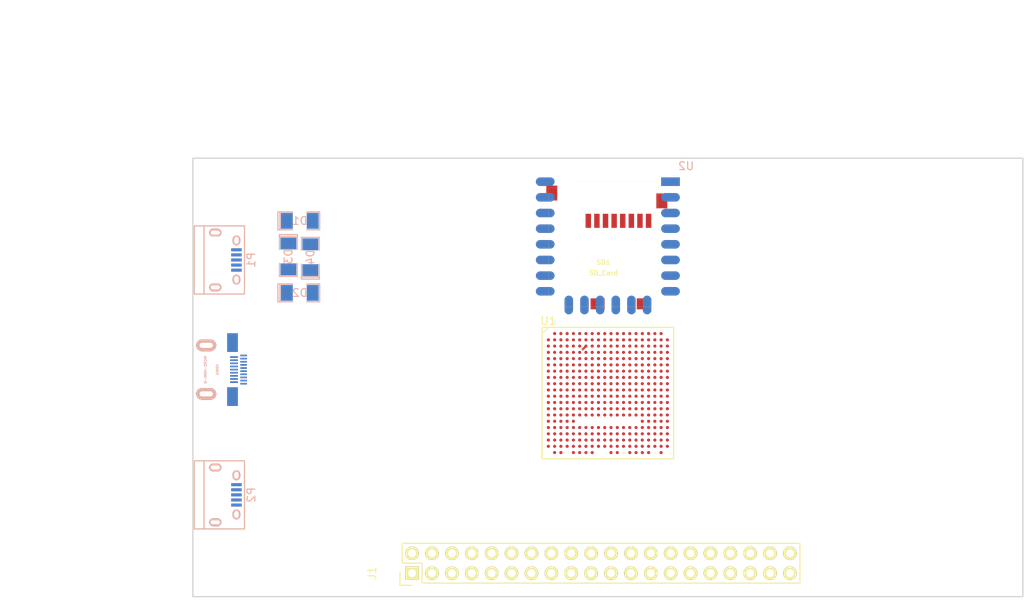
<source format=kicad_pcb>
(kicad_pcb (version 4) (host pcbnew 4.0.5+dfsg1-4)

  (general
    (links 190)
    (no_connects 189)
    (area 64.350001 16.5 195.275001 147.935001)
    (thickness 1.6)
    (drawings 16)
    (tracks 6)
    (zones 0)
    (modules 11)
    (nets 44)
  )

  (page A4)
  (layers
    (0 F.Cu signal)
    (1 In1.Cu signal)
    (2 In2.Cu signal)
    (31 B.Cu signal)
    (32 B.Adhes user)
    (33 F.Adhes user)
    (34 B.Paste user)
    (35 F.Paste user)
    (36 B.SilkS user)
    (37 F.SilkS user)
    (38 B.Mask user)
    (39 F.Mask user)
    (40 Dwgs.User user)
    (41 Cmts.User user)
    (42 Eco1.User user)
    (43 Eco2.User user)
    (44 Edge.Cuts user)
    (45 Margin user)
    (46 B.CrtYd user)
    (47 F.CrtYd user)
    (48 B.Fab user)
    (49 F.Fab user)
  )

  (setup
    (last_trace_width 0.25)
    (trace_clearance 0.2)
    (zone_clearance 0.508)
    (zone_45_only no)
    (trace_min 0.2)
    (segment_width 0.2)
    (edge_width 0.15)
    (via_size 0.6)
    (via_drill 0.4)
    (via_min_size 0.4)
    (via_min_drill 0.3)
    (uvia_size 0.3)
    (uvia_drill 0.1)
    (uvias_allowed yes)
    (uvia_min_size 0.2)
    (uvia_min_drill 0.1)
    (pcb_text_width 0.3)
    (pcb_text_size 1.5 1.5)
    (mod_edge_width 0.15)
    (mod_text_size 1 1)
    (mod_text_width 0.15)
    (pad_size 1.524 1.524)
    (pad_drill 0.762)
    (pad_to_mask_clearance 0.2)
    (aux_axis_origin 0 0)
    (grid_origin 132.2 79.2)
    (visible_elements FFFFFF7F)
    (pcbplotparams
      (layerselection 0x00030_80000001)
      (usegerberextensions false)
      (excludeedgelayer true)
      (linewidth 0.100000)
      (plotframeref false)
      (viasonmask false)
      (mode 1)
      (useauxorigin false)
      (hpglpennumber 1)
      (hpglpenspeed 20)
      (hpglpendiameter 15)
      (hpglpenoverlay 2)
      (psnegative false)
      (psa4output false)
      (plotreference true)
      (plotvalue true)
      (plotinvisibletext false)
      (padsonsilk false)
      (subtractmaskfromsilk false)
      (outputformat 1)
      (mirror false)
      (drillshape 1)
      (scaleselection 1)
      (outputdirectory ""))
  )

  (net 0 "")
  (net 1 GND)
  (net 2 VCC)
  (net 3 /TDI)
  (net 4 /TCK)
  (net 5 /TMS)
  (net 6 /TDO)
  (net 7 "Net-(P1-Pad6)")
  (net 8 "Net-(P2-Pad6)")
  (net 9 "Net-(HDMI1-PadSHD)")
  (net 10 +5V)
  (net 11 /USB5V)
  (net 12 "Net-(D4-Pad1)")
  (net 13 /gpio/IN5V)
  (net 14 /gpio/OUT5V)
  (net 15 /gpio/P5)
  (net 16 /gpio/P6)
  (net 17 /gpio/P7)
  (net 18 /gpio/P8)
  (net 19 /gpio/P9)
  (net 20 /gpio/P10)
  (net 21 /gpio/P11)
  (net 22 /gpio/P12)
  (net 23 /gpio/P13)
  (net 24 /gpio/P14)
  (net 25 /gpio/P17)
  (net 26 /gpio/P18)
  (net 27 /gpio/P19)
  (net 28 /gpio/P20)
  (net 29 /gpio/P21)
  (net 30 /gpio/P22)
  (net 31 /gpio/P23)
  (net 32 /gpio/P24)
  (net 33 /gpio/P25)
  (net 34 /gpio/P26)
  (net 35 /gpio/P27)
  (net 36 /gpio/P28)
  (net 37 /gpio/P29)
  (net 38 /gpio/P30)
  (net 39 /SD_3)
  (net 40 /MTMS)
  (net 41 /MTCK)
  (net 42 /MTDO)
  (net 43 /MTDI)

  (net_class Default "This is the default net class."
    (clearance 0.2)
    (trace_width 0.25)
    (via_dia 0.6)
    (via_drill 0.4)
    (uvia_dia 0.3)
    (uvia_drill 0.1)
    (add_net +5V)
    (add_net /MTCK)
    (add_net /MTDI)
    (add_net /MTDO)
    (add_net /MTMS)
    (add_net /SD_3)
    (add_net /TCK)
    (add_net /TDI)
    (add_net /TDO)
    (add_net /TMS)
    (add_net /USB5V)
    (add_net /gpio/IN5V)
    (add_net /gpio/OUT5V)
    (add_net /gpio/P10)
    (add_net /gpio/P11)
    (add_net /gpio/P12)
    (add_net /gpio/P13)
    (add_net /gpio/P14)
    (add_net /gpio/P17)
    (add_net /gpio/P18)
    (add_net /gpio/P19)
    (add_net /gpio/P20)
    (add_net /gpio/P21)
    (add_net /gpio/P22)
    (add_net /gpio/P23)
    (add_net /gpio/P24)
    (add_net /gpio/P25)
    (add_net /gpio/P26)
    (add_net /gpio/P27)
    (add_net /gpio/P28)
    (add_net /gpio/P29)
    (add_net /gpio/P30)
    (add_net /gpio/P5)
    (add_net /gpio/P6)
    (add_net /gpio/P7)
    (add_net /gpio/P8)
    (add_net /gpio/P9)
    (add_net "Net-(D4-Pad1)")
    (add_net "Net-(HDMI1-PadSHD)")
    (add_net "Net-(P1-Pad6)")
    (add_net "Net-(P2-Pad6)")
    (add_net VCC)
  )

  (net_class BGA ""
    (clearance 0.1)
    (trace_width 0.2)
    (via_dia 0.6)
    (via_drill 0.4)
    (uvia_dia 0.3)
    (uvia_drill 0.1)
    (add_net GND)
  )

  (module ESP8266:ESP-12E (layer B.Cu) (tedit 559F8D21) (tstamp 56A95491)
    (at 150.2 39.2 180)
    (descr "Module, ESP-8266, ESP-12, 16 pad, SMD")
    (tags "Module ESP-8266 ESP8266")
    (path /56AC980A)
    (fp_text reference U2 (at -2 2 180) (layer B.SilkS)
      (effects (font (size 1 1) (thickness 0.15)) (justify mirror))
    )
    (fp_text value ESP-12E (at 8 -1 180) (layer B.Fab)
      (effects (font (size 1 1) (thickness 0.15)) (justify mirror))
    )
    (fp_line (start 16 8.4) (end 0 2.6) (layer B.CrtYd) (width 0.1524))
    (fp_line (start 0 8.4) (end 16 2.6) (layer B.CrtYd) (width 0.1524))
    (fp_text user "No Copper" (at 7.9 5.4 180) (layer B.CrtYd)
      (effects (font (size 1 1) (thickness 0.15)) (justify mirror))
    )
    (fp_line (start 0 8.4) (end 0 2.6) (layer B.CrtYd) (width 0.1524))
    (fp_line (start 0 2.6) (end 16 2.6) (layer B.CrtYd) (width 0.1524))
    (fp_line (start 16 2.6) (end 16 8.4) (layer B.CrtYd) (width 0.1524))
    (fp_line (start 16 8.4) (end 0 8.4) (layer B.CrtYd) (width 0.1524))
    (fp_line (start 16 8.4) (end 16 -15.6) (layer B.Fab) (width 0.1524))
    (fp_line (start 16 -15.6) (end 0 -15.6) (layer B.Fab) (width 0.1524))
    (fp_line (start 0 -15.6) (end 0 8.4) (layer B.Fab) (width 0.1524))
    (fp_line (start 0 8.4) (end 16 8.4) (layer B.Fab) (width 0.1524))
    (pad 9 smd oval (at 2.99 -15.75 90) (size 2.4 1.1) (layers B.Cu B.Paste B.Mask)
      (net 42 /MTDO))
    (pad 10 smd oval (at 4.99 -15.75 90) (size 2.4 1.1) (layers B.Cu B.Paste B.Mask)
      (net 43 /MTDI))
    (pad 11 smd oval (at 6.99 -15.75 90) (size 2.4 1.1) (layers B.Cu B.Paste B.Mask)
      (net 39 /SD_3))
    (pad 12 smd oval (at 8.99 -15.75 90) (size 2.4 1.1) (layers B.Cu B.Paste B.Mask)
      (net 40 /MTMS))
    (pad 13 smd oval (at 10.99 -15.75 90) (size 2.4 1.1) (layers B.Cu B.Paste B.Mask)
      (net 41 /MTCK))
    (pad 14 smd oval (at 12.99 -15.75 90) (size 2.4 1.1) (layers B.Cu B.Paste B.Mask))
    (pad 1 smd rect (at 0 0 180) (size 2.4 1.1) (layers B.Cu B.Paste B.Mask))
    (pad 2 smd oval (at 0 -2 180) (size 2.4 1.1) (layers B.Cu B.Paste B.Mask))
    (pad 3 smd oval (at 0 -4 180) (size 2.4 1.1) (layers B.Cu B.Paste B.Mask))
    (pad 4 smd oval (at 0 -6 180) (size 2.4 1.1) (layers B.Cu B.Paste B.Mask)
      (net 3 /TDI))
    (pad 5 smd oval (at 0 -8 180) (size 2.4 1.1) (layers B.Cu B.Paste B.Mask)
      (net 6 /TDO))
    (pad 6 smd oval (at 0 -10 180) (size 2.4 1.1) (layers B.Cu B.Paste B.Mask)
      (net 4 /TCK))
    (pad 7 smd oval (at 0 -12 180) (size 2.4 1.1) (layers B.Cu B.Paste B.Mask)
      (net 5 /TMS))
    (pad 8 smd oval (at 0 -14 180) (size 2.4 1.1) (layers B.Cu B.Paste B.Mask))
    (pad 15 smd oval (at 16 -14 180) (size 2.4 1.1) (layers B.Cu B.Paste B.Mask)
      (net 1 GND))
    (pad 16 smd oval (at 16 -12 180) (size 2.4 1.1) (layers B.Cu B.Paste B.Mask))
    (pad 17 smd oval (at 16 -10 180) (size 2.4 1.1) (layers B.Cu B.Paste B.Mask))
    (pad 18 smd oval (at 16 -8 180) (size 2.4 1.1) (layers B.Cu B.Paste B.Mask))
    (pad 19 smd oval (at 16 -6 180) (size 2.4 1.1) (layers B.Cu B.Paste B.Mask))
    (pad 20 smd oval (at 16 -4 180) (size 2.4 1.1) (layers B.Cu B.Paste B.Mask))
    (pad 21 smd oval (at 16 -2 180) (size 2.4 1.1) (layers B.Cu B.Paste B.Mask))
    (pad 22 smd oval (at 16 0 180) (size 2.4 1.1) (layers B.Cu B.Paste B.Mask))
    (model ${ESPLIB}/ESP8266.3dshapes/ESP-12.wrl
      (at (xyz 0.04 0 0))
      (scale (xyz 0.3937 0.3937 0.3937))
      (rotate (xyz 0 0 0))
    )
  )

  (module Connect:USB_Micro-B (layer B.Cu) (tedit 5543E447) (tstamp 56A9630A)
    (at 93.2 49.2 90)
    (descr "Micro USB Type B Receptacle")
    (tags "USB USB_B USB_micro USB_OTG")
    (path /56ACC213)
    (attr smd)
    (fp_text reference P1 (at 0 3.45 90) (layer B.SilkS)
      (effects (font (size 1 1) (thickness 0.15)) (justify mirror))
    )
    (fp_text value USB_FTDI (at 0 -4.8 90) (layer B.Fab)
      (effects (font (size 1 1) (thickness 0.15)) (justify mirror))
    )
    (fp_line (start -4.6 2.8) (end 4.6 2.8) (layer B.CrtYd) (width 0.05))
    (fp_line (start 4.6 2.8) (end 4.6 -4.05) (layer B.CrtYd) (width 0.05))
    (fp_line (start 4.6 -4.05) (end -4.6 -4.05) (layer B.CrtYd) (width 0.05))
    (fp_line (start -4.6 -4.05) (end -4.6 2.8) (layer B.CrtYd) (width 0.05))
    (fp_line (start -4.3509 -3.81746) (end 4.3491 -3.81746) (layer B.SilkS) (width 0.15))
    (fp_line (start -4.3509 2.58754) (end 4.3491 2.58754) (layer B.SilkS) (width 0.15))
    (fp_line (start 4.3491 2.58754) (end 4.3491 -3.81746) (layer B.SilkS) (width 0.15))
    (fp_line (start 4.3491 -2.58746) (end -4.3509 -2.58746) (layer B.SilkS) (width 0.15))
    (fp_line (start -4.3509 -3.81746) (end -4.3509 2.58754) (layer B.SilkS) (width 0.15))
    (pad 1 smd rect (at -1.3009 1.56254) (size 1.35 0.4) (layers B.Cu B.Paste B.Mask)
      (net 11 /USB5V))
    (pad 2 smd rect (at -0.6509 1.56254) (size 1.35 0.4) (layers B.Cu B.Paste B.Mask))
    (pad 3 smd rect (at -0.0009 1.56254) (size 1.35 0.4) (layers B.Cu B.Paste B.Mask))
    (pad 4 smd rect (at 0.6491 1.56254) (size 1.35 0.4) (layers B.Cu B.Paste B.Mask))
    (pad 5 smd rect (at 1.2991 1.56254) (size 1.35 0.4) (layers B.Cu B.Paste B.Mask))
    (pad 6 thru_hole oval (at -2.5009 1.56254) (size 0.95 1.25) (drill oval 0.55 0.85) (layers *.Cu *.Mask B.SilkS)
      (net 7 "Net-(P1-Pad6)"))
    (pad 6 thru_hole oval (at 2.4991 1.56254) (size 0.95 1.25) (drill oval 0.55 0.85) (layers *.Cu *.Mask B.SilkS)
      (net 7 "Net-(P1-Pad6)"))
    (pad 6 thru_hole oval (at -3.5009 -1.13746) (size 1.55 1) (drill oval 1.15 0.5) (layers *.Cu *.Mask B.SilkS)
      (net 7 "Net-(P1-Pad6)"))
    (pad 6 thru_hole oval (at 3.4991 -1.13746) (size 1.55 1) (drill oval 1.15 0.5) (layers *.Cu *.Mask B.SilkS)
      (net 7 "Net-(P1-Pad6)"))
  )

  (module Connect:USB_Micro-B (layer B.Cu) (tedit 5543E447) (tstamp 56A96317)
    (at 93.2 79.2 90)
    (descr "Micro USB Type B Receptacle")
    (tags "USB USB_B USB_micro USB_OTG")
    (path /56ACC38E)
    (attr smd)
    (fp_text reference P2 (at 0 3.45 90) (layer B.SilkS)
      (effects (font (size 1 1) (thickness 0.15)) (justify mirror))
    )
    (fp_text value USB_FPGA (at 0 -4.8 90) (layer B.Fab)
      (effects (font (size 1 1) (thickness 0.15)) (justify mirror))
    )
    (fp_line (start -4.6 2.8) (end 4.6 2.8) (layer B.CrtYd) (width 0.05))
    (fp_line (start 4.6 2.8) (end 4.6 -4.05) (layer B.CrtYd) (width 0.05))
    (fp_line (start 4.6 -4.05) (end -4.6 -4.05) (layer B.CrtYd) (width 0.05))
    (fp_line (start -4.6 -4.05) (end -4.6 2.8) (layer B.CrtYd) (width 0.05))
    (fp_line (start -4.3509 -3.81746) (end 4.3491 -3.81746) (layer B.SilkS) (width 0.15))
    (fp_line (start -4.3509 2.58754) (end 4.3491 2.58754) (layer B.SilkS) (width 0.15))
    (fp_line (start 4.3491 2.58754) (end 4.3491 -3.81746) (layer B.SilkS) (width 0.15))
    (fp_line (start 4.3491 -2.58746) (end -4.3509 -2.58746) (layer B.SilkS) (width 0.15))
    (fp_line (start -4.3509 -3.81746) (end -4.3509 2.58754) (layer B.SilkS) (width 0.15))
    (pad 1 smd rect (at -1.3009 1.56254) (size 1.35 0.4) (layers B.Cu B.Paste B.Mask)
      (net 12 "Net-(D4-Pad1)"))
    (pad 2 smd rect (at -0.6509 1.56254) (size 1.35 0.4) (layers B.Cu B.Paste B.Mask))
    (pad 3 smd rect (at -0.0009 1.56254) (size 1.35 0.4) (layers B.Cu B.Paste B.Mask))
    (pad 4 smd rect (at 0.6491 1.56254) (size 1.35 0.4) (layers B.Cu B.Paste B.Mask))
    (pad 5 smd rect (at 1.2991 1.56254) (size 1.35 0.4) (layers B.Cu B.Paste B.Mask))
    (pad 6 thru_hole oval (at -2.5009 1.56254) (size 0.95 1.25) (drill oval 0.55 0.85) (layers *.Cu *.Mask B.SilkS)
      (net 8 "Net-(P2-Pad6)"))
    (pad 6 thru_hole oval (at 2.4991 1.56254) (size 0.95 1.25) (drill oval 0.55 0.85) (layers *.Cu *.Mask B.SilkS)
      (net 8 "Net-(P2-Pad6)"))
    (pad 6 thru_hole oval (at -3.5009 -1.13746) (size 1.55 1) (drill oval 1.15 0.5) (layers *.Cu *.Mask B.SilkS)
      (net 8 "Net-(P2-Pad6)"))
    (pad 6 thru_hole oval (at 3.4991 -1.13746) (size 1.55 1) (drill oval 1.15 0.5) (layers *.Cu *.Mask B.SilkS)
      (net 8 "Net-(P2-Pad6)"))
  )

  (module micro-hdmi-d:MICRO-HDMI-D (layer B.Cu) (tedit 53F70906) (tstamp 56A965BA)
    (at 89.2 63.2 90)
    (path /56ACD5D4)
    (attr smd)
    (fp_text reference HDMI1 (at -0.025 3.125 90) (layer B.SilkS)
      (effects (font (size 0.3 0.3) (thickness 0.075)) (justify mirror))
    )
    (fp_text value MICRO-HDMI-D (at 0 1.6 90) (layer B.SilkS)
      (effects (font (size 0.3 0.3) (thickness 0.075)) (justify mirror))
    )
    (fp_line (start -3.3 0) (end -3.3 -0.7) (layer B.SilkS) (width 0.001))
    (fp_line (start -3.3 -0.7) (end 3.3 -0.7) (layer B.SilkS) (width 0.001))
    (fp_line (start 3.3 -0.7) (end 3.3 0) (layer B.SilkS) (width 0.001))
    (fp_line (start -3.3 0) (end -3.3 6.8) (layer B.SilkS) (width 0.001))
    (fp_line (start -3.3 6.8) (end 3.3 6.8) (layer B.SilkS) (width 0.001))
    (fp_line (start 3.3 6.8) (end 3.3 0) (layer B.SilkS) (width 0.001))
    (fp_line (start 3.3 0) (end -3.3 0) (layer B.SilkS) (width 0.001))
    (pad 1 smd rect (at 1.8 6.475 90) (size 0.23 0.85) (layers B.Cu B.Paste B.Mask))
    (pad 3 smd rect (at 1.4 6.475 90) (size 0.23 0.85) (layers B.Cu B.Paste B.Mask))
    (pad 5 smd rect (at 1 6.475 90) (size 0.23 0.85) (layers B.Cu B.Paste B.Mask))
    (pad 7 smd rect (at 0.6 6.475 90) (size 0.23 0.85) (layers B.Cu B.Paste B.Mask))
    (pad 9 smd rect (at 0.2 6.475 90) (size 0.23 0.85) (layers B.Cu B.Paste B.Mask))
    (pad 11 smd rect (at -0.2 6.475 90) (size 0.23 0.85) (layers B.Cu B.Paste B.Mask))
    (pad 13 smd rect (at -0.6 6.475 90) (size 0.23 0.85) (layers B.Cu B.Paste B.Mask))
    (pad 15 smd rect (at -1 6.475 90) (size 0.23 0.85) (layers B.Cu B.Paste B.Mask))
    (pad 17 smd rect (at -1.4 6.475 90) (size 0.23 0.85) (layers B.Cu B.Paste B.Mask))
    (pad 19 smd rect (at -1.8 6.475 90) (size 0.23 0.85) (layers B.Cu B.Paste B.Mask))
    (pad 2 smd rect (at 1.6 5.25 90) (size 0.23 1) (layers B.Cu B.Paste B.Mask))
    (pad 4 smd rect (at 1.2 5.25 90) (size 0.23 1) (layers B.Cu B.Paste B.Mask))
    (pad 6 smd rect (at 0.8 5.25 90) (size 0.23 1) (layers B.Cu B.Paste B.Mask))
    (pad 8 smd rect (at 0.4 5.25 90) (size 0.23 1) (layers B.Cu B.Paste B.Mask))
    (pad 10 smd rect (at 0 5.25 90) (size 0.23 1) (layers B.Cu B.Paste B.Mask))
    (pad 12 smd rect (at -0.4 5.25 90) (size 0.23 1) (layers B.Cu B.Paste B.Mask))
    (pad 14 smd rect (at -0.8 5.25 90) (size 0.23 1) (layers B.Cu B.Paste B.Mask))
    (pad 16 smd rect (at -1.2 5.25 90) (size 0.23 1) (layers B.Cu B.Paste B.Mask))
    (pad 18 smd rect (at -1.6 5.25 90) (size 0.23 1) (layers B.Cu B.Paste B.Mask))
    (pad SHD smd rect (at 3.45 5.06 90) (size 2.4 1.38) (layers B.Cu B.Paste B.Mask)
      (net 9 "Net-(HDMI1-PadSHD)"))
    (pad SHD smd rect (at -3.45 5.06 90) (size 2.4 1.38) (layers B.Cu B.Paste B.Mask)
      (net 9 "Net-(HDMI1-PadSHD)"))
    (pad "" thru_hole oval (at -3.1 1.7 90) (size 1.5 2.55) (drill oval 0.65 1.7) (layers *.Cu *.Mask B.SilkS))
    (pad "" thru_hole oval (at 3.1 1.7 90) (size 1.5 2.55) (drill oval 0.65 1.7) (layers *.Cu *.Mask B.SilkS))
  )

  (module micro-sd:MicroSD_TF02D (layer F.Cu) (tedit 52721666) (tstamp 56A966AB)
    (at 141.64 55.2 180)
    (path /56ACBF19)
    (fp_text reference SD1 (at 0 5.7 180) (layer F.SilkS)
      (effects (font (size 0.59944 0.59944) (thickness 0.12446)))
    )
    (fp_text value SD_Card (at 0 4.35 180) (layer F.SilkS)
      (effects (font (size 0.59944 0.59944) (thickness 0.12446)))
    )
    (fp_line (start 3.8 15.2) (end 3.8 16) (layer F.SilkS) (width 0.01016))
    (fp_line (start 3.8 16) (end -7 16) (layer F.SilkS) (width 0.01016))
    (fp_line (start -7 16) (end -7 15.2) (layer F.SilkS) (width 0.01016))
    (fp_line (start 7 0) (end 7 15.2) (layer F.SilkS) (width 0.01016))
    (fp_line (start 7 15.2) (end -7 15.2) (layer F.SilkS) (width 0.01016))
    (fp_line (start -7 15.2) (end -7 0) (layer F.SilkS) (width 0.01016))
    (fp_line (start -7 0) (end 7 0) (layer F.SilkS) (width 0.01016))
    (pad 1 smd rect (at 1.94 11 180) (size 0.7 1.8) (layers F.Cu F.Paste F.Mask)
      (net 39 /SD_3))
    (pad 2 smd rect (at 0.84 11 180) (size 0.7 1.8) (layers F.Cu F.Paste F.Mask)
      (net 40 /MTMS))
    (pad 3 smd rect (at -0.26 11 180) (size 0.7 1.8) (layers F.Cu F.Paste F.Mask))
    (pad 4 smd rect (at -1.36 11 180) (size 0.7 1.8) (layers F.Cu F.Paste F.Mask))
    (pad 5 smd rect (at -2.46 11 180) (size 0.7 1.8) (layers F.Cu F.Paste F.Mask)
      (net 41 /MTCK))
    (pad 6 smd rect (at -3.56 11 180) (size 0.7 1.8) (layers F.Cu F.Paste F.Mask))
    (pad 7 smd rect (at -4.66 11 180) (size 0.7 1.8) (layers F.Cu F.Paste F.Mask)
      (net 42 /MTDO))
    (pad 8 smd rect (at -5.76 11 180) (size 0.7 1.8) (layers F.Cu F.Paste F.Mask)
      (net 43 /MTDI))
    (pad S smd rect (at -5.05 0.4 180) (size 1.6 1.4) (layers F.Cu F.Paste F.Mask))
    (pad S smd rect (at 0.75 0.4 180) (size 1.8 1.4) (layers F.Cu F.Paste F.Mask))
    (pad G smd rect (at -7.45 13.55 180) (size 1.4 1.9) (layers F.Cu F.Paste F.Mask))
    (pad G smd rect (at 6.6 14.55 180) (size 1.4 1.9) (layers F.Cu F.Paste F.Mask))
  )

  (module SMD_Packages:SMD-1206_Pol (layer B.Cu) (tedit 0) (tstamp 56A9E50E)
    (at 101.4 48.749 270)
    (path /56AA1324)
    (attr smd)
    (fp_text reference D3 (at 0 0 270) (layer B.SilkS)
      (effects (font (size 1 1) (thickness 0.15)) (justify mirror))
    )
    (fp_text value 2A (at 0 0 270) (layer B.Fab)
      (effects (font (size 1 1) (thickness 0.15)) (justify mirror))
    )
    (fp_line (start -2.54 1.143) (end -2.794 1.143) (layer B.SilkS) (width 0.15))
    (fp_line (start -2.794 1.143) (end -2.794 -1.143) (layer B.SilkS) (width 0.15))
    (fp_line (start -2.794 -1.143) (end -2.54 -1.143) (layer B.SilkS) (width 0.15))
    (fp_line (start -2.54 1.143) (end -2.54 -1.143) (layer B.SilkS) (width 0.15))
    (fp_line (start -2.54 -1.143) (end -0.889 -1.143) (layer B.SilkS) (width 0.15))
    (fp_line (start 0.889 1.143) (end 2.54 1.143) (layer B.SilkS) (width 0.15))
    (fp_line (start 2.54 1.143) (end 2.54 -1.143) (layer B.SilkS) (width 0.15))
    (fp_line (start 2.54 -1.143) (end 0.889 -1.143) (layer B.SilkS) (width 0.15))
    (fp_line (start -0.889 1.143) (end -2.54 1.143) (layer B.SilkS) (width 0.15))
    (pad 1 smd rect (at -1.651 0 270) (size 1.524 2.032) (layers B.Cu B.Paste B.Mask)
      (net 10 +5V))
    (pad 2 smd rect (at 1.651 0 270) (size 1.524 2.032) (layers B.Cu B.Paste B.Mask)
      (net 11 /USB5V))
    (model SMD_Packages.3dshapes/SMD-1206_Pol.wrl
      (at (xyz 0 0 0))
      (scale (xyz 0.17 0.16 0.16))
      (rotate (xyz 0 0 0))
    )
  )

  (module SMD_Packages:SMD-1206_Pol (layer B.Cu) (tedit 0) (tstamp 56A9E514)
    (at 104.2 48.851 90)
    (path /56AA2821)
    (attr smd)
    (fp_text reference D4 (at 0 0 90) (layer B.SilkS)
      (effects (font (size 1 1) (thickness 0.15)) (justify mirror))
    )
    (fp_text value 2A (at 0 0 90) (layer B.Fab)
      (effects (font (size 1 1) (thickness 0.15)) (justify mirror))
    )
    (fp_line (start -2.54 1.143) (end -2.794 1.143) (layer B.SilkS) (width 0.15))
    (fp_line (start -2.794 1.143) (end -2.794 -1.143) (layer B.SilkS) (width 0.15))
    (fp_line (start -2.794 -1.143) (end -2.54 -1.143) (layer B.SilkS) (width 0.15))
    (fp_line (start -2.54 1.143) (end -2.54 -1.143) (layer B.SilkS) (width 0.15))
    (fp_line (start -2.54 -1.143) (end -0.889 -1.143) (layer B.SilkS) (width 0.15))
    (fp_line (start 0.889 1.143) (end 2.54 1.143) (layer B.SilkS) (width 0.15))
    (fp_line (start 2.54 1.143) (end 2.54 -1.143) (layer B.SilkS) (width 0.15))
    (fp_line (start 2.54 -1.143) (end 0.889 -1.143) (layer B.SilkS) (width 0.15))
    (fp_line (start -0.889 1.143) (end -2.54 1.143) (layer B.SilkS) (width 0.15))
    (pad 1 smd rect (at -1.651 0 90) (size 1.524 2.032) (layers B.Cu B.Paste B.Mask)
      (net 12 "Net-(D4-Pad1)"))
    (pad 2 smd rect (at 1.651 0 90) (size 1.524 2.032) (layers B.Cu B.Paste B.Mask)
      (net 10 +5V))
    (model SMD_Packages.3dshapes/SMD-1206_Pol.wrl
      (at (xyz 0 0 0))
      (scale (xyz 0.17 0.16 0.16))
      (rotate (xyz 0 0 0))
    )
  )

  (module lfe5bg381:BGA-381_pitch0.8mm_dia0.4mm (layer F.Cu) (tedit 56A8C998) (tstamp 56AA0CD9)
    (at 142.2 66.2)
    (path /56AA9804)
    (attr smd)
    (fp_text reference U1 (at -7.6 -9.2) (layer F.SilkS)
      (effects (font (size 1 1) (thickness 0.15)))
    )
    (fp_text value LFE5-BG381 (at 2 -9.2) (layer F.Fab)
      (effects (font (size 1 1) (thickness 0.15)))
    )
    (fp_line (start -8.4 8.4) (end 8.4 8.4) (layer F.SilkS) (width 0.15))
    (fp_line (start 8.4 8.4) (end 8.4 -8.4) (layer F.SilkS) (width 0.15))
    (fp_line (start 8.4 -8.4) (end -8.4 -8.4) (layer F.SilkS) (width 0.15))
    (fp_line (start -8.4 -8.4) (end -8.4 8.4) (layer F.SilkS) (width 0.15))
    (fp_line (start -7.6 -8.4) (end -8.4 -7.6) (layer F.SilkS) (width 0.15))
    (pad A2 smd circle (at -6.8 -7.6) (size 0.4 0.4) (layers F.Cu F.Paste F.Mask))
    (pad A3 smd circle (at -6 -7.6) (size 0.4 0.4) (layers F.Cu F.Paste F.Mask))
    (pad A4 smd circle (at -5.2 -7.6) (size 0.4 0.4) (layers F.Cu F.Paste F.Mask))
    (pad A5 smd circle (at -4.4 -7.6) (size 0.4 0.4) (layers F.Cu F.Paste F.Mask))
    (pad A6 smd circle (at -3.6 -7.6) (size 0.4 0.4) (layers F.Cu F.Paste F.Mask)
      (net 38 /gpio/P30))
    (pad A7 smd circle (at -2.8 -7.6) (size 0.4 0.4) (layers F.Cu F.Paste F.Mask)
      (net 26 /gpio/P18))
    (pad A8 smd circle (at -2 -7.6) (size 0.4 0.4) (layers F.Cu F.Paste F.Mask)
      (net 25 /gpio/P17))
    (pad A9 smd circle (at -1.2 -7.6) (size 0.4 0.4) (layers F.Cu F.Paste F.Mask)
      (net 20 /gpio/P10))
    (pad A10 smd circle (at -0.4 -7.6) (size 0.4 0.4) (layers F.Cu F.Paste F.Mask)
      (net 17 /gpio/P7))
    (pad A11 smd circle (at 0.4 -7.6) (size 0.4 0.4) (layers F.Cu F.Paste F.Mask)
      (net 18 /gpio/P8))
    (pad A12 smd circle (at 1.2 -7.6) (size 0.4 0.4) (layers F.Cu F.Paste F.Mask))
    (pad A13 smd circle (at 2 -7.6) (size 0.4 0.4) (layers F.Cu F.Paste F.Mask))
    (pad A14 smd circle (at 2.8 -7.6) (size 0.4 0.4) (layers F.Cu F.Paste F.Mask))
    (pad A15 smd circle (at 3.6 -7.6) (size 0.4 0.4) (layers F.Cu F.Paste F.Mask))
    (pad A16 smd circle (at 4.4 -7.6) (size 0.4 0.4) (layers F.Cu F.Paste F.Mask))
    (pad A17 smd circle (at 5.2 -7.6) (size 0.4 0.4) (layers F.Cu F.Paste F.Mask))
    (pad A18 smd circle (at 6 -7.6) (size 0.4 0.4) (layers F.Cu F.Paste F.Mask))
    (pad A19 smd circle (at 6.8 -7.6) (size 0.4 0.4) (layers F.Cu F.Paste F.Mask))
    (pad B1 smd circle (at -7.6 -6.8) (size 0.4 0.4) (layers F.Cu F.Paste F.Mask))
    (pad B2 smd circle (at -6.8 -6.8) (size 0.4 0.4) (layers F.Cu F.Paste F.Mask))
    (pad B3 smd circle (at -6 -6.8) (size 0.4 0.4) (layers F.Cu F.Paste F.Mask))
    (pad B4 smd circle (at -5.2 -6.8) (size 0.4 0.4) (layers F.Cu F.Paste F.Mask))
    (pad B5 smd circle (at -4.4 -6.8) (size 0.4 0.4) (layers F.Cu F.Paste F.Mask))
    (pad B6 smd circle (at -3.6 -6.8) (size 0.4 0.4) (layers F.Cu F.Paste F.Mask)
      (net 37 /gpio/P29))
    (pad B7 smd circle (at -2.8 -6.8) (size 0.4 0.4) (layers F.Cu F.Paste F.Mask)
      (net 1 GND))
    (pad B8 smd circle (at -2 -6.8) (size 0.4 0.4) (layers F.Cu F.Paste F.Mask)
      (net 27 /gpio/P19))
    (pad B9 smd circle (at -1.2 -6.8) (size 0.4 0.4) (layers F.Cu F.Paste F.Mask)
      (net 22 /gpio/P12))
    (pad B10 smd circle (at -0.4 -6.8) (size 0.4 0.4) (layers F.Cu F.Paste F.Mask)
      (net 19 /gpio/P9))
    (pad B11 smd circle (at 0.4 -6.8) (size 0.4 0.4) (layers F.Cu F.Paste F.Mask)
      (net 15 /gpio/P5))
    (pad B12 smd circle (at 1.2 -6.8) (size 0.4 0.4) (layers F.Cu F.Paste F.Mask))
    (pad B13 smd circle (at 2 -6.8) (size 0.4 0.4) (layers F.Cu F.Paste F.Mask))
    (pad B14 smd circle (at 2.8 -6.8) (size 0.4 0.4) (layers F.Cu F.Paste F.Mask)
      (net 1 GND))
    (pad B15 smd circle (at 3.6 -6.8) (size 0.4 0.4) (layers F.Cu F.Paste F.Mask))
    (pad B16 smd circle (at 4.4 -6.8) (size 0.4 0.4) (layers F.Cu F.Paste F.Mask))
    (pad B17 smd circle (at 5.2 -6.8) (size 0.4 0.4) (layers F.Cu F.Paste F.Mask))
    (pad B18 smd circle (at 6 -6.8) (size 0.4 0.4) (layers F.Cu F.Paste F.Mask))
    (pad B19 smd circle (at 6.8 -6.8) (size 0.4 0.4) (layers F.Cu F.Paste F.Mask))
    (pad B20 smd circle (at 7.6 -6.8) (size 0.4 0.4) (layers F.Cu F.Paste F.Mask))
    (pad C1 smd circle (at -7.6 -6) (size 0.4 0.4) (layers F.Cu F.Paste F.Mask))
    (pad C2 smd circle (at -6.8 -6) (size 0.4 0.4) (layers F.Cu F.Paste F.Mask))
    (pad C3 smd circle (at -6 -6) (size 0.4 0.4) (layers F.Cu F.Paste F.Mask))
    (pad C4 smd circle (at -5.2 -6) (size 0.4 0.4) (layers F.Cu F.Paste F.Mask))
    (pad C5 smd circle (at -4.4 -6) (size 0.4 0.4) (layers F.Cu F.Paste F.Mask))
    (pad C6 smd circle (at -3.6 -6) (size 0.4 0.4) (layers F.Cu F.Paste F.Mask)
      (net 32 /gpio/P24))
    (pad C7 smd circle (at -2.8 -6) (size 0.4 0.4) (layers F.Cu F.Paste F.Mask)
      (net 31 /gpio/P23))
    (pad C8 smd circle (at -2 -6) (size 0.4 0.4) (layers F.Cu F.Paste F.Mask)
      (net 28 /gpio/P20))
    (pad C9 smd circle (at -1.2 -6) (size 0.4 0.4) (layers F.Cu F.Paste F.Mask))
    (pad C10 smd circle (at -0.4 -6) (size 0.4 0.4) (layers F.Cu F.Paste F.Mask)
      (net 21 /gpio/P11))
    (pad C11 smd circle (at 0.4 -6) (size 0.4 0.4) (layers F.Cu F.Paste F.Mask)
      (net 16 /gpio/P6))
    (pad C12 smd circle (at 1.2 -6) (size 0.4 0.4) (layers F.Cu F.Paste F.Mask))
    (pad C13 smd circle (at 2 -6) (size 0.4 0.4) (layers F.Cu F.Paste F.Mask))
    (pad C14 smd circle (at 2.8 -6) (size 0.4 0.4) (layers F.Cu F.Paste F.Mask))
    (pad C15 smd circle (at 3.6 -6) (size 0.4 0.4) (layers F.Cu F.Paste F.Mask))
    (pad C16 smd circle (at 4.4 -6) (size 0.4 0.4) (layers F.Cu F.Paste F.Mask))
    (pad C17 smd circle (at 5.2 -6) (size 0.4 0.4) (layers F.Cu F.Paste F.Mask))
    (pad C18 smd circle (at 6 -6) (size 0.4 0.4) (layers F.Cu F.Paste F.Mask))
    (pad C19 smd circle (at 6.8 -6) (size 0.4 0.4) (layers F.Cu F.Paste F.Mask)
      (net 1 GND))
    (pad C20 smd circle (at 7.6 -6) (size 0.4 0.4) (layers F.Cu F.Paste F.Mask))
    (pad D1 smd circle (at -7.6 -5.2) (size 0.4 0.4) (layers F.Cu F.Paste F.Mask))
    (pad D2 smd circle (at -6.8 -5.2) (size 0.4 0.4) (layers F.Cu F.Paste F.Mask))
    (pad D3 smd circle (at -6 -5.2) (size 0.4 0.4) (layers F.Cu F.Paste F.Mask))
    (pad D4 smd circle (at -5.2 -5.2) (size 0.4 0.4) (layers F.Cu F.Paste F.Mask)
      (net 1 GND))
    (pad D5 smd circle (at -4.4 -5.2) (size 0.4 0.4) (layers F.Cu F.Paste F.Mask))
    (pad D6 smd circle (at -3.6 -5.2) (size 0.4 0.4) (layers F.Cu F.Paste F.Mask)
      (net 35 /gpio/P27))
    (pad D7 smd circle (at -2.8 -5.2) (size 0.4 0.4) (layers F.Cu F.Paste F.Mask)
      (net 33 /gpio/P25))
    (pad D8 smd circle (at -2 -5.2) (size 0.4 0.4) (layers F.Cu F.Paste F.Mask)
      (net 29 /gpio/P21))
    (pad D9 smd circle (at -1.2 -5.2) (size 0.4 0.4) (layers F.Cu F.Paste F.Mask)
      (net 24 /gpio/P14))
    (pad D10 smd circle (at -0.4 -5.2) (size 0.4 0.4) (layers F.Cu F.Paste F.Mask))
    (pad D11 smd circle (at 0.4 -5.2) (size 0.4 0.4) (layers F.Cu F.Paste F.Mask))
    (pad D12 smd circle (at 1.2 -5.2) (size 0.4 0.4) (layers F.Cu F.Paste F.Mask))
    (pad D13 smd circle (at 2 -5.2) (size 0.4 0.4) (layers F.Cu F.Paste F.Mask))
    (pad D14 smd circle (at 2.8 -5.2) (size 0.4 0.4) (layers F.Cu F.Paste F.Mask))
    (pad D15 smd circle (at 3.6 -5.2) (size 0.4 0.4) (layers F.Cu F.Paste F.Mask))
    (pad D16 smd circle (at 4.4 -5.2) (size 0.4 0.4) (layers F.Cu F.Paste F.Mask))
    (pad D17 smd circle (at 5.2 -5.2) (size 0.4 0.4) (layers F.Cu F.Paste F.Mask))
    (pad D18 smd circle (at 6 -5.2) (size 0.4 0.4) (layers F.Cu F.Paste F.Mask))
    (pad D19 smd circle (at 6.8 -5.2) (size 0.4 0.4) (layers F.Cu F.Paste F.Mask))
    (pad D20 smd circle (at 7.6 -5.2) (size 0.4 0.4) (layers F.Cu F.Paste F.Mask))
    (pad E1 smd circle (at -7.6 -4.4) (size 0.4 0.4) (layers F.Cu F.Paste F.Mask))
    (pad E2 smd circle (at -6.8 -4.4) (size 0.4 0.4) (layers F.Cu F.Paste F.Mask))
    (pad E3 smd circle (at -6 -4.4) (size 0.4 0.4) (layers F.Cu F.Paste F.Mask))
    (pad E4 smd circle (at -5.2 -4.4) (size 0.4 0.4) (layers F.Cu F.Paste F.Mask))
    (pad E5 smd circle (at -4.4 -4.4) (size 0.4 0.4) (layers F.Cu F.Paste F.Mask))
    (pad E6 smd circle (at -3.6 -4.4) (size 0.4 0.4) (layers F.Cu F.Paste F.Mask)
      (net 36 /gpio/P28))
    (pad E7 smd circle (at -2.8 -4.4) (size 0.4 0.4) (layers F.Cu F.Paste F.Mask)
      (net 34 /gpio/P26))
    (pad E8 smd circle (at -2 -4.4) (size 0.4 0.4) (layers F.Cu F.Paste F.Mask)
      (net 30 /gpio/P22))
    (pad E9 smd circle (at -1.2 -4.4) (size 0.4 0.4) (layers F.Cu F.Paste F.Mask)
      (net 23 /gpio/P13))
    (pad E10 smd circle (at -0.4 -4.4) (size 0.4 0.4) (layers F.Cu F.Paste F.Mask))
    (pad E11 smd circle (at 0.4 -4.4) (size 0.4 0.4) (layers F.Cu F.Paste F.Mask))
    (pad E12 smd circle (at 1.2 -4.4) (size 0.4 0.4) (layers F.Cu F.Paste F.Mask))
    (pad E13 smd circle (at 2 -4.4) (size 0.4 0.4) (layers F.Cu F.Paste F.Mask))
    (pad E14 smd circle (at 2.8 -4.4) (size 0.4 0.4) (layers F.Cu F.Paste F.Mask))
    (pad E15 smd circle (at 3.6 -4.4) (size 0.4 0.4) (layers F.Cu F.Paste F.Mask))
    (pad E16 smd circle (at 4.4 -4.4) (size 0.4 0.4) (layers F.Cu F.Paste F.Mask))
    (pad E17 smd circle (at 5.2 -4.4) (size 0.4 0.4) (layers F.Cu F.Paste F.Mask))
    (pad E18 smd circle (at 6 -4.4) (size 0.4 0.4) (layers F.Cu F.Paste F.Mask))
    (pad E19 smd circle (at 6.8 -4.4) (size 0.4 0.4) (layers F.Cu F.Paste F.Mask))
    (pad E20 smd circle (at 7.6 -4.4) (size 0.4 0.4) (layers F.Cu F.Paste F.Mask))
    (pad F1 smd circle (at -7.6 -3.6) (size 0.4 0.4) (layers F.Cu F.Paste F.Mask))
    (pad F2 smd circle (at -6.8 -3.6) (size 0.4 0.4) (layers F.Cu F.Paste F.Mask))
    (pad F3 smd circle (at -6 -3.6) (size 0.4 0.4) (layers F.Cu F.Paste F.Mask))
    (pad F4 smd circle (at -5.2 -3.6) (size 0.4 0.4) (layers F.Cu F.Paste F.Mask))
    (pad F5 smd circle (at -4.4 -3.6) (size 0.4 0.4) (layers F.Cu F.Paste F.Mask))
    (pad F6 smd circle (at -3.6 -3.6) (size 0.4 0.4) (layers F.Cu F.Paste F.Mask)
      (net 2 VCC))
    (pad F7 smd circle (at -2.8 -3.6) (size 0.4 0.4) (layers F.Cu F.Paste F.Mask)
      (net 1 GND))
    (pad F8 smd circle (at -2 -3.6) (size 0.4 0.4) (layers F.Cu F.Paste F.Mask)
      (net 1 GND))
    (pad F9 smd circle (at -1.2 -3.6) (size 0.4 0.4) (layers F.Cu F.Paste F.Mask)
      (net 2 VCC))
    (pad F10 smd circle (at -0.4 -3.6) (size 0.4 0.4) (layers F.Cu F.Paste F.Mask)
      (net 2 VCC))
    (pad F11 smd circle (at 0.4 -3.6) (size 0.4 0.4) (layers F.Cu F.Paste F.Mask)
      (net 2 VCC))
    (pad F12 smd circle (at 1.2 -3.6) (size 0.4 0.4) (layers F.Cu F.Paste F.Mask)
      (net 2 VCC))
    (pad F13 smd circle (at 2 -3.6) (size 0.4 0.4) (layers F.Cu F.Paste F.Mask)
      (net 1 GND))
    (pad F14 smd circle (at 2.8 -3.6) (size 0.4 0.4) (layers F.Cu F.Paste F.Mask)
      (net 1 GND))
    (pad F15 smd circle (at 3.6 -3.6) (size 0.4 0.4) (layers F.Cu F.Paste F.Mask)
      (net 2 VCC))
    (pad F16 smd circle (at 4.4 -3.6) (size 0.4 0.4) (layers F.Cu F.Paste F.Mask))
    (pad F17 smd circle (at 5.2 -3.6) (size 0.4 0.4) (layers F.Cu F.Paste F.Mask))
    (pad F18 smd circle (at 6 -3.6) (size 0.4 0.4) (layers F.Cu F.Paste F.Mask))
    (pad F19 smd circle (at 6.8 -3.6) (size 0.4 0.4) (layers F.Cu F.Paste F.Mask))
    (pad F20 smd circle (at 7.6 -3.6) (size 0.4 0.4) (layers F.Cu F.Paste F.Mask))
    (pad G1 smd circle (at -7.6 -2.8) (size 0.4 0.4) (layers F.Cu F.Paste F.Mask))
    (pad G2 smd circle (at -6.8 -2.8) (size 0.4 0.4) (layers F.Cu F.Paste F.Mask))
    (pad G3 smd circle (at -6 -2.8) (size 0.4 0.4) (layers F.Cu F.Paste F.Mask))
    (pad G4 smd circle (at -5.2 -2.8) (size 0.4 0.4) (layers F.Cu F.Paste F.Mask)
      (net 1 GND))
    (pad G5 smd circle (at -4.4 -2.8) (size 0.4 0.4) (layers F.Cu F.Paste F.Mask))
    (pad G6 smd circle (at -3.6 -2.8) (size 0.4 0.4) (layers F.Cu F.Paste F.Mask)
      (net 1 GND))
    (pad G7 smd circle (at -2.8 -2.8) (size 0.4 0.4) (layers F.Cu F.Paste F.Mask)
      (net 1 GND))
    (pad G8 smd circle (at -2 -2.8) (size 0.4 0.4) (layers F.Cu F.Paste F.Mask)
      (net 1 GND))
    (pad G9 smd circle (at -1.2 -2.8) (size 0.4 0.4) (layers F.Cu F.Paste F.Mask)
      (net 1 GND))
    (pad G10 smd circle (at -0.4 -2.8) (size 0.4 0.4) (layers F.Cu F.Paste F.Mask)
      (net 1 GND))
    (pad G11 smd circle (at 0.4 -2.8) (size 0.4 0.4) (layers F.Cu F.Paste F.Mask)
      (net 1 GND))
    (pad G12 smd circle (at 1.2 -2.8) (size 0.4 0.4) (layers F.Cu F.Paste F.Mask)
      (net 1 GND))
    (pad G13 smd circle (at 2 -2.8) (size 0.4 0.4) (layers F.Cu F.Paste F.Mask)
      (net 1 GND))
    (pad G14 smd circle (at 2.8 -2.8) (size 0.4 0.4) (layers F.Cu F.Paste F.Mask)
      (net 1 GND))
    (pad G15 smd circle (at 3.6 -2.8) (size 0.4 0.4) (layers F.Cu F.Paste F.Mask)
      (net 1 GND))
    (pad G16 smd circle (at 4.4 -2.8) (size 0.4 0.4) (layers F.Cu F.Paste F.Mask))
    (pad G17 smd circle (at 5.2 -2.8) (size 0.4 0.4) (layers F.Cu F.Paste F.Mask)
      (net 1 GND))
    (pad G18 smd circle (at 6 -2.8) (size 0.4 0.4) (layers F.Cu F.Paste F.Mask))
    (pad G19 smd circle (at 6.8 -2.8) (size 0.4 0.4) (layers F.Cu F.Paste F.Mask))
    (pad G20 smd circle (at 7.6 -2.8) (size 0.4 0.4) (layers F.Cu F.Paste F.Mask))
    (pad H1 smd circle (at -7.6 -2) (size 0.4 0.4) (layers F.Cu F.Paste F.Mask))
    (pad H2 smd circle (at -6.8 -2) (size 0.4 0.4) (layers F.Cu F.Paste F.Mask))
    (pad H3 smd circle (at -6 -2) (size 0.4 0.4) (layers F.Cu F.Paste F.Mask))
    (pad H4 smd circle (at -5.2 -2) (size 0.4 0.4) (layers F.Cu F.Paste F.Mask))
    (pad H5 smd circle (at -4.4 -2) (size 0.4 0.4) (layers F.Cu F.Paste F.Mask))
    (pad H6 smd circle (at -3.6 -2) (size 0.4 0.4) (layers F.Cu F.Paste F.Mask)
      (net 2 VCC))
    (pad H7 smd circle (at -2.8 -2) (size 0.4 0.4) (layers F.Cu F.Paste F.Mask)
      (net 2 VCC))
    (pad H8 smd circle (at -2 -2) (size 0.4 0.4) (layers F.Cu F.Paste F.Mask)
      (net 2 VCC))
    (pad H9 smd circle (at -1.2 -2) (size 0.4 0.4) (layers F.Cu F.Paste F.Mask)
      (net 2 VCC))
    (pad H10 smd circle (at -0.4 -2) (size 0.4 0.4) (layers F.Cu F.Paste F.Mask)
      (net 2 VCC))
    (pad H11 smd circle (at 0.4 -2) (size 0.4 0.4) (layers F.Cu F.Paste F.Mask)
      (net 2 VCC))
    (pad H12 smd circle (at 1.2 -2) (size 0.4 0.4) (layers F.Cu F.Paste F.Mask)
      (net 2 VCC))
    (pad H13 smd circle (at 2 -2) (size 0.4 0.4) (layers F.Cu F.Paste F.Mask)
      (net 2 VCC))
    (pad H14 smd circle (at 2.8 -2) (size 0.4 0.4) (layers F.Cu F.Paste F.Mask)
      (net 2 VCC))
    (pad H15 smd circle (at 3.6 -2) (size 0.4 0.4) (layers F.Cu F.Paste F.Mask)
      (net 2 VCC))
    (pad H16 smd circle (at 4.4 -2) (size 0.4 0.4) (layers F.Cu F.Paste F.Mask))
    (pad H17 smd circle (at 5.2 -2) (size 0.4 0.4) (layers F.Cu F.Paste F.Mask))
    (pad H18 smd circle (at 6 -2) (size 0.4 0.4) (layers F.Cu F.Paste F.Mask))
    (pad H19 smd circle (at 6.8 -2) (size 0.4 0.4) (layers F.Cu F.Paste F.Mask)
      (net 1 GND))
    (pad H20 smd circle (at 7.6 -2) (size 0.4 0.4) (layers F.Cu F.Paste F.Mask))
    (pad J1 smd circle (at -7.6 -1.2) (size 0.4 0.4) (layers F.Cu F.Paste F.Mask))
    (pad J2 smd circle (at -6.8 -1.2) (size 0.4 0.4) (layers F.Cu F.Paste F.Mask)
      (net 1 GND))
    (pad J3 smd circle (at -6 -1.2) (size 0.4 0.4) (layers F.Cu F.Paste F.Mask))
    (pad J4 smd circle (at -5.2 -1.2) (size 0.4 0.4) (layers F.Cu F.Paste F.Mask))
    (pad J5 smd circle (at -4.4 -1.2) (size 0.4 0.4) (layers F.Cu F.Paste F.Mask))
    (pad J6 smd circle (at -3.6 -1.2) (size 0.4 0.4) (layers F.Cu F.Paste F.Mask)
      (net 2 VCC))
    (pad J7 smd circle (at -2.8 -1.2) (size 0.4 0.4) (layers F.Cu F.Paste F.Mask)
      (net 1 GND))
    (pad J8 smd circle (at -2 -1.2) (size 0.4 0.4) (layers F.Cu F.Paste F.Mask)
      (net 2 VCC))
    (pad J9 smd circle (at -1.2 -1.2) (size 0.4 0.4) (layers F.Cu F.Paste F.Mask)
      (net 1 GND))
    (pad J10 smd circle (at -0.4 -1.2) (size 0.4 0.4) (layers F.Cu F.Paste F.Mask)
      (net 1 GND))
    (pad J11 smd circle (at 0.4 -1.2) (size 0.4 0.4) (layers F.Cu F.Paste F.Mask)
      (net 1 GND))
    (pad J12 smd circle (at 1.2 -1.2) (size 0.4 0.4) (layers F.Cu F.Paste F.Mask)
      (net 1 GND))
    (pad J13 smd circle (at 2 -1.2) (size 0.4 0.4) (layers F.Cu F.Paste F.Mask)
      (net 2 VCC))
    (pad J14 smd circle (at 2.8 -1.2) (size 0.4 0.4) (layers F.Cu F.Paste F.Mask)
      (net 1 GND))
    (pad J15 smd circle (at 3.6 -1.2) (size 0.4 0.4) (layers F.Cu F.Paste F.Mask)
      (net 2 VCC))
    (pad J16 smd circle (at 4.4 -1.2) (size 0.4 0.4) (layers F.Cu F.Paste F.Mask))
    (pad J17 smd circle (at 5.2 -1.2) (size 0.4 0.4) (layers F.Cu F.Paste F.Mask))
    (pad J18 smd circle (at 6 -1.2) (size 0.4 0.4) (layers F.Cu F.Paste F.Mask))
    (pad J19 smd circle (at 6.8 -1.2) (size 0.4 0.4) (layers F.Cu F.Paste F.Mask))
    (pad J20 smd circle (at 7.6 -1.2) (size 0.4 0.4) (layers F.Cu F.Paste F.Mask))
    (pad K1 smd circle (at -7.6 -0.4) (size 0.4 0.4) (layers F.Cu F.Paste F.Mask))
    (pad K2 smd circle (at -6.8 -0.4) (size 0.4 0.4) (layers F.Cu F.Paste F.Mask))
    (pad K3 smd circle (at -6 -0.4) (size 0.4 0.4) (layers F.Cu F.Paste F.Mask))
    (pad K4 smd circle (at -5.2 -0.4) (size 0.4 0.4) (layers F.Cu F.Paste F.Mask))
    (pad K5 smd circle (at -4.4 -0.4) (size 0.4 0.4) (layers F.Cu F.Paste F.Mask))
    (pad K6 smd circle (at -3.6 -0.4) (size 0.4 0.4) (layers F.Cu F.Paste F.Mask)
      (net 1 GND))
    (pad K7 smd circle (at -2.8 -0.4) (size 0.4 0.4) (layers F.Cu F.Paste F.Mask)
      (net 1 GND))
    (pad K8 smd circle (at -2 -0.4) (size 0.4 0.4) (layers F.Cu F.Paste F.Mask)
      (net 2 VCC))
    (pad K9 smd circle (at -1.2 -0.4) (size 0.4 0.4) (layers F.Cu F.Paste F.Mask)
      (net 1 GND))
    (pad K10 smd circle (at -0.4 -0.4) (size 0.4 0.4) (layers F.Cu F.Paste F.Mask)
      (net 1 GND))
    (pad K11 smd circle (at 0.4 -0.4) (size 0.4 0.4) (layers F.Cu F.Paste F.Mask)
      (net 1 GND))
    (pad K12 smd circle (at 1.2 -0.4) (size 0.4 0.4) (layers F.Cu F.Paste F.Mask)
      (net 1 GND))
    (pad K13 smd circle (at 2 -0.4) (size 0.4 0.4) (layers F.Cu F.Paste F.Mask)
      (net 2 VCC))
    (pad K14 smd circle (at 2.8 -0.4) (size 0.4 0.4) (layers F.Cu F.Paste F.Mask)
      (net 1 GND))
    (pad K15 smd circle (at 3.6 -0.4) (size 0.4 0.4) (layers F.Cu F.Paste F.Mask)
      (net 1 GND))
    (pad K16 smd circle (at 4.4 -0.4) (size 0.4 0.4) (layers F.Cu F.Paste F.Mask))
    (pad K17 smd circle (at 5.2 -0.4) (size 0.4 0.4) (layers F.Cu F.Paste F.Mask))
    (pad K18 smd circle (at 6 -0.4) (size 0.4 0.4) (layers F.Cu F.Paste F.Mask))
    (pad K19 smd circle (at 6.8 -0.4) (size 0.4 0.4) (layers F.Cu F.Paste F.Mask))
    (pad K20 smd circle (at 7.6 -0.4) (size 0.4 0.4) (layers F.Cu F.Paste F.Mask))
    (pad L1 smd circle (at -7.6 0.4) (size 0.4 0.4) (layers F.Cu F.Paste F.Mask))
    (pad L2 smd circle (at -6.8 0.4) (size 0.4 0.4) (layers F.Cu F.Paste F.Mask))
    (pad L3 smd circle (at -6 0.4) (size 0.4 0.4) (layers F.Cu F.Paste F.Mask))
    (pad L4 smd circle (at -5.2 0.4) (size 0.4 0.4) (layers F.Cu F.Paste F.Mask))
    (pad L5 smd circle (at -4.4 0.4) (size 0.4 0.4) (layers F.Cu F.Paste F.Mask))
    (pad L6 smd circle (at -3.6 0.4) (size 0.4 0.4) (layers F.Cu F.Paste F.Mask)
      (net 2 VCC))
    (pad L7 smd circle (at -2.8 0.4) (size 0.4 0.4) (layers F.Cu F.Paste F.Mask)
      (net 2 VCC))
    (pad L8 smd circle (at -2 0.4) (size 0.4 0.4) (layers F.Cu F.Paste F.Mask)
      (net 2 VCC))
    (pad L9 smd circle (at -1.2 0.4) (size 0.4 0.4) (layers F.Cu F.Paste F.Mask)
      (net 1 GND))
    (pad L10 smd circle (at -0.4 0.4) (size 0.4 0.4) (layers F.Cu F.Paste F.Mask)
      (net 1 GND))
    (pad L11 smd circle (at 0.4 0.4) (size 0.4 0.4) (layers F.Cu F.Paste F.Mask)
      (net 1 GND))
    (pad L12 smd circle (at 1.2 0.4) (size 0.4 0.4) (layers F.Cu F.Paste F.Mask)
      (net 1 GND))
    (pad L13 smd circle (at 2 0.4) (size 0.4 0.4) (layers F.Cu F.Paste F.Mask)
      (net 2 VCC))
    (pad L14 smd circle (at 2.8 0.4) (size 0.4 0.4) (layers F.Cu F.Paste F.Mask)
      (net 2 VCC))
    (pad L15 smd circle (at 3.6 0.4) (size 0.4 0.4) (layers F.Cu F.Paste F.Mask)
      (net 2 VCC))
    (pad L16 smd circle (at 4.4 0.4) (size 0.4 0.4) (layers F.Cu F.Paste F.Mask))
    (pad L17 smd circle (at 5.2 0.4) (size 0.4 0.4) (layers F.Cu F.Paste F.Mask))
    (pad L18 smd circle (at 6 0.4) (size 0.4 0.4) (layers F.Cu F.Paste F.Mask))
    (pad L19 smd circle (at 6.8 0.4) (size 0.4 0.4) (layers F.Cu F.Paste F.Mask))
    (pad L20 smd circle (at 7.6 0.4) (size 0.4 0.4) (layers F.Cu F.Paste F.Mask))
    (pad M1 smd circle (at -7.6 1.2) (size 0.4 0.4) (layers F.Cu F.Paste F.Mask))
    (pad M2 smd circle (at -6.8 1.2) (size 0.4 0.4) (layers F.Cu F.Paste F.Mask)
      (net 1 GND))
    (pad M3 smd circle (at -6 1.2) (size 0.4 0.4) (layers F.Cu F.Paste F.Mask))
    (pad M4 smd circle (at -5.2 1.2) (size 0.4 0.4) (layers F.Cu F.Paste F.Mask))
    (pad M5 smd circle (at -4.4 1.2) (size 0.4 0.4) (layers F.Cu F.Paste F.Mask))
    (pad M6 smd circle (at -3.6 1.2) (size 0.4 0.4) (layers F.Cu F.Paste F.Mask)
      (net 2 VCC))
    (pad M7 smd circle (at -2.8 1.2) (size 0.4 0.4) (layers F.Cu F.Paste F.Mask)
      (net 1 GND))
    (pad M8 smd circle (at -2 1.2) (size 0.4 0.4) (layers F.Cu F.Paste F.Mask)
      (net 2 VCC))
    (pad M9 smd circle (at -1.2 1.2) (size 0.4 0.4) (layers F.Cu F.Paste F.Mask)
      (net 1 GND))
    (pad M10 smd circle (at -0.4 1.2) (size 0.4 0.4) (layers F.Cu F.Paste F.Mask)
      (net 1 GND))
    (pad M11 smd circle (at 0.4 1.2) (size 0.4 0.4) (layers F.Cu F.Paste F.Mask)
      (net 1 GND))
    (pad M12 smd circle (at 1.2 1.2) (size 0.4 0.4) (layers F.Cu F.Paste F.Mask)
      (net 1 GND))
    (pad M13 smd circle (at 2 1.2) (size 0.4 0.4) (layers F.Cu F.Paste F.Mask)
      (net 2 VCC))
    (pad M14 smd circle (at 2.8 1.2) (size 0.4 0.4) (layers F.Cu F.Paste F.Mask)
      (net 1 GND))
    (pad M15 smd circle (at 3.6 1.2) (size 0.4 0.4) (layers F.Cu F.Paste F.Mask)
      (net 2 VCC))
    (pad M16 smd circle (at 4.4 1.2) (size 0.4 0.4) (layers F.Cu F.Paste F.Mask)
      (net 1 GND))
    (pad M17 smd circle (at 5.2 1.2) (size 0.4 0.4) (layers F.Cu F.Paste F.Mask))
    (pad M18 smd circle (at 6 1.2) (size 0.4 0.4) (layers F.Cu F.Paste F.Mask))
    (pad M19 smd circle (at 6.8 1.2) (size 0.4 0.4) (layers F.Cu F.Paste F.Mask))
    (pad M20 smd circle (at 7.6 1.2) (size 0.4 0.4) (layers F.Cu F.Paste F.Mask))
    (pad N1 smd circle (at -7.6 2) (size 0.4 0.4) (layers F.Cu F.Paste F.Mask))
    (pad N2 smd circle (at -6.8 2) (size 0.4 0.4) (layers F.Cu F.Paste F.Mask))
    (pad N3 smd circle (at -6 2) (size 0.4 0.4) (layers F.Cu F.Paste F.Mask))
    (pad N4 smd circle (at -5.2 2) (size 0.4 0.4) (layers F.Cu F.Paste F.Mask))
    (pad N5 smd circle (at -4.4 2) (size 0.4 0.4) (layers F.Cu F.Paste F.Mask))
    (pad N6 smd circle (at -3.6 2) (size 0.4 0.4) (layers F.Cu F.Paste F.Mask)
      (net 1 GND))
    (pad N7 smd circle (at -2.8 2) (size 0.4 0.4) (layers F.Cu F.Paste F.Mask)
      (net 1 GND))
    (pad N8 smd circle (at -2 2) (size 0.4 0.4) (layers F.Cu F.Paste F.Mask)
      (net 2 VCC))
    (pad N9 smd circle (at -1.2 2) (size 0.4 0.4) (layers F.Cu F.Paste F.Mask)
      (net 2 VCC))
    (pad N10 smd circle (at -0.4 2) (size 0.4 0.4) (layers F.Cu F.Paste F.Mask)
      (net 2 VCC))
    (pad N11 smd circle (at 0.4 2) (size 0.4 0.4) (layers F.Cu F.Paste F.Mask)
      (net 2 VCC))
    (pad N12 smd circle (at 1.2 2) (size 0.4 0.4) (layers F.Cu F.Paste F.Mask)
      (net 2 VCC))
    (pad N13 smd circle (at 2 2) (size 0.4 0.4) (layers F.Cu F.Paste F.Mask)
      (net 2 VCC))
    (pad N14 smd circle (at 2.8 2) (size 0.4 0.4) (layers F.Cu F.Paste F.Mask)
      (net 1 GND))
    (pad N15 smd circle (at 3.6 2) (size 0.4 0.4) (layers F.Cu F.Paste F.Mask)
      (net 1 GND))
    (pad N16 smd circle (at 4.4 2) (size 0.4 0.4) (layers F.Cu F.Paste F.Mask))
    (pad N17 smd circle (at 5.2 2) (size 0.4 0.4) (layers F.Cu F.Paste F.Mask))
    (pad N18 smd circle (at 6 2) (size 0.4 0.4) (layers F.Cu F.Paste F.Mask))
    (pad N19 smd circle (at 6.8 2) (size 0.4 0.4) (layers F.Cu F.Paste F.Mask))
    (pad N20 smd circle (at 7.6 2) (size 0.4 0.4) (layers F.Cu F.Paste F.Mask))
    (pad P1 smd circle (at -7.6 2.8) (size 0.4 0.4) (layers F.Cu F.Paste F.Mask))
    (pad P2 smd circle (at -6.8 2.8) (size 0.4 0.4) (layers F.Cu F.Paste F.Mask))
    (pad P3 smd circle (at -6 2.8) (size 0.4 0.4) (layers F.Cu F.Paste F.Mask))
    (pad P4 smd circle (at -5.2 2.8) (size 0.4 0.4) (layers F.Cu F.Paste F.Mask))
    (pad P5 smd circle (at -4.4 2.8) (size 0.4 0.4) (layers F.Cu F.Paste F.Mask))
    (pad P6 smd circle (at -3.6 2.8) (size 0.4 0.4) (layers F.Cu F.Paste F.Mask)
      (net 2 VCC))
    (pad P7 smd circle (at -2.8 2.8) (size 0.4 0.4) (layers F.Cu F.Paste F.Mask)
      (net 1 GND))
    (pad P8 smd circle (at -2 2.8) (size 0.4 0.4) (layers F.Cu F.Paste F.Mask)
      (net 1 GND))
    (pad P9 smd circle (at -1.2 2.8) (size 0.4 0.4) (layers F.Cu F.Paste F.Mask)
      (net 2 VCC))
    (pad P10 smd circle (at -0.4 2.8) (size 0.4 0.4) (layers F.Cu F.Paste F.Mask)
      (net 2 VCC))
    (pad P11 smd circle (at 0.4 2.8) (size 0.4 0.4) (layers F.Cu F.Paste F.Mask)
      (net 1 GND))
    (pad P12 smd circle (at 1.2 2.8) (size 0.4 0.4) (layers F.Cu F.Paste F.Mask)
      (net 1 GND))
    (pad P13 smd circle (at 2 2.8) (size 0.4 0.4) (layers F.Cu F.Paste F.Mask)
      (net 1 GND))
    (pad P14 smd circle (at 2.8 2.8) (size 0.4 0.4) (layers F.Cu F.Paste F.Mask)
      (net 1 GND))
    (pad P15 smd circle (at 3.6 2.8) (size 0.4 0.4) (layers F.Cu F.Paste F.Mask)
      (net 2 VCC))
    (pad P16 smd circle (at 4.4 2.8) (size 0.4 0.4) (layers F.Cu F.Paste F.Mask))
    (pad P17 smd circle (at 5.2 2.8) (size 0.4 0.4) (layers F.Cu F.Paste F.Mask))
    (pad P18 smd circle (at 6 2.8) (size 0.4 0.4) (layers F.Cu F.Paste F.Mask))
    (pad P19 smd circle (at 6.8 2.8) (size 0.4 0.4) (layers F.Cu F.Paste F.Mask))
    (pad P20 smd circle (at 7.6 2.8) (size 0.4 0.4) (layers F.Cu F.Paste F.Mask))
    (pad R1 smd circle (at -7.6 3.6) (size 0.4 0.4) (layers F.Cu F.Paste F.Mask))
    (pad R2 smd circle (at -6.8 3.6) (size 0.4 0.4) (layers F.Cu F.Paste F.Mask))
    (pad R3 smd circle (at -6 3.6) (size 0.4 0.4) (layers F.Cu F.Paste F.Mask))
    (pad R4 smd circle (at -5.2 3.6) (size 0.4 0.4) (layers F.Cu F.Paste F.Mask))
    (pad R5 smd circle (at -4.4 3.6) (size 0.4 0.4) (layers F.Cu F.Paste F.Mask)
      (net 3 /TDI))
    (pad R16 smd circle (at 4.4 3.6) (size 0.4 0.4) (layers F.Cu F.Paste F.Mask))
    (pad R17 smd circle (at 5.2 3.6) (size 0.4 0.4) (layers F.Cu F.Paste F.Mask))
    (pad R18 smd circle (at 6 3.6) (size 0.4 0.4) (layers F.Cu F.Paste F.Mask))
    (pad R19 smd circle (at 6.8 3.6) (size 0.4 0.4) (layers F.Cu F.Paste F.Mask)
      (net 1 GND))
    (pad R20 smd circle (at 7.6 3.6) (size 0.4 0.4) (layers F.Cu F.Paste F.Mask))
    (pad T1 smd circle (at -7.6 4.4) (size 0.4 0.4) (layers F.Cu F.Paste F.Mask))
    (pad T2 smd circle (at -6.8 4.4) (size 0.4 0.4) (layers F.Cu F.Paste F.Mask))
    (pad T3 smd circle (at -6 4.4) (size 0.4 0.4) (layers F.Cu F.Paste F.Mask))
    (pad T4 smd circle (at -5.2 4.4) (size 0.4 0.4) (layers F.Cu F.Paste F.Mask))
    (pad T5 smd circle (at -4.4 4.4) (size 0.4 0.4) (layers F.Cu F.Paste F.Mask)
      (net 4 /TCK))
    (pad T6 smd circle (at -3.6 4.4) (size 0.4 0.4) (layers F.Cu F.Paste F.Mask)
      (net 1 GND))
    (pad T7 smd circle (at -2.8 4.4) (size 0.4 0.4) (layers F.Cu F.Paste F.Mask)
      (net 1 GND))
    (pad T8 smd circle (at -2 4.4) (size 0.4 0.4) (layers F.Cu F.Paste F.Mask)
      (net 1 GND))
    (pad T9 smd circle (at -1.2 4.4) (size 0.4 0.4) (layers F.Cu F.Paste F.Mask)
      (net 1 GND))
    (pad T10 smd circle (at -0.4 4.4) (size 0.4 0.4) (layers F.Cu F.Paste F.Mask)
      (net 1 GND))
    (pad T11 smd circle (at 0.4 4.4) (size 0.4 0.4) (layers F.Cu F.Paste F.Mask))
    (pad T12 smd circle (at 1.2 4.4) (size 0.4 0.4) (layers F.Cu F.Paste F.Mask))
    (pad T13 smd circle (at 2 4.4) (size 0.4 0.4) (layers F.Cu F.Paste F.Mask))
    (pad T14 smd circle (at 2.8 4.4) (size 0.4 0.4) (layers F.Cu F.Paste F.Mask))
    (pad T15 smd circle (at 3.6 4.4) (size 0.4 0.4) (layers F.Cu F.Paste F.Mask))
    (pad T16 smd circle (at 4.4 4.4) (size 0.4 0.4) (layers F.Cu F.Paste F.Mask))
    (pad T17 smd circle (at 5.2 4.4) (size 0.4 0.4) (layers F.Cu F.Paste F.Mask))
    (pad T18 smd circle (at 6 4.4) (size 0.4 0.4) (layers F.Cu F.Paste F.Mask))
    (pad T19 smd circle (at 6.8 4.4) (size 0.4 0.4) (layers F.Cu F.Paste F.Mask))
    (pad T20 smd circle (at 7.6 4.4) (size 0.4 0.4) (layers F.Cu F.Paste F.Mask))
    (pad U1 smd circle (at -7.6 5.2) (size 0.4 0.4) (layers F.Cu F.Paste F.Mask))
    (pad U2 smd circle (at -6.8 5.2) (size 0.4 0.4) (layers F.Cu F.Paste F.Mask))
    (pad U3 smd circle (at -6 5.2) (size 0.4 0.4) (layers F.Cu F.Paste F.Mask))
    (pad U4 smd circle (at -5.2 5.2) (size 0.4 0.4) (layers F.Cu F.Paste F.Mask))
    (pad U5 smd circle (at -4.4 5.2) (size 0.4 0.4) (layers F.Cu F.Paste F.Mask)
      (net 5 /TMS))
    (pad U6 smd circle (at -3.6 5.2) (size 0.4 0.4) (layers F.Cu F.Paste F.Mask)
      (net 1 GND))
    (pad U7 smd circle (at -2.8 5.2) (size 0.4 0.4) (layers F.Cu F.Paste F.Mask)
      (net 1 GND))
    (pad U8 smd circle (at -2 5.2) (size 0.4 0.4) (layers F.Cu F.Paste F.Mask)
      (net 1 GND))
    (pad U9 smd circle (at -1.2 5.2) (size 0.4 0.4) (layers F.Cu F.Paste F.Mask)
      (net 1 GND))
    (pad U10 smd circle (at -0.4 5.2) (size 0.4 0.4) (layers F.Cu F.Paste F.Mask)
      (net 1 GND))
    (pad U11 smd circle (at 0.4 5.2) (size 0.4 0.4) (layers F.Cu F.Paste F.Mask)
      (net 1 GND))
    (pad U12 smd circle (at 1.2 5.2) (size 0.4 0.4) (layers F.Cu F.Paste F.Mask)
      (net 1 GND))
    (pad U13 smd circle (at 2 5.2) (size 0.4 0.4) (layers F.Cu F.Paste F.Mask)
      (net 1 GND))
    (pad U14 smd circle (at 2.8 5.2) (size 0.4 0.4) (layers F.Cu F.Paste F.Mask)
      (net 1 GND))
    (pad U15 smd circle (at 3.6 5.2) (size 0.4 0.4) (layers F.Cu F.Paste F.Mask))
    (pad U16 smd circle (at 4.4 5.2) (size 0.4 0.4) (layers F.Cu F.Paste F.Mask))
    (pad U17 smd circle (at 5.2 5.2) (size 0.4 0.4) (layers F.Cu F.Paste F.Mask))
    (pad U18 smd circle (at 6 5.2) (size 0.4 0.4) (layers F.Cu F.Paste F.Mask))
    (pad U19 smd circle (at 6.8 5.2) (size 0.4 0.4) (layers F.Cu F.Paste F.Mask))
    (pad U20 smd circle (at 7.6 5.2) (size 0.4 0.4) (layers F.Cu F.Paste F.Mask))
    (pad V1 smd circle (at -7.6 6) (size 0.4 0.4) (layers F.Cu F.Paste F.Mask))
    (pad V2 smd circle (at -6.8 6) (size 0.4 0.4) (layers F.Cu F.Paste F.Mask))
    (pad V3 smd circle (at -6 6) (size 0.4 0.4) (layers F.Cu F.Paste F.Mask))
    (pad V4 smd circle (at -5.2 6) (size 0.4 0.4) (layers F.Cu F.Paste F.Mask)
      (net 6 /TDO))
    (pad V5 smd circle (at -4.4 6) (size 0.4 0.4) (layers F.Cu F.Paste F.Mask)
      (net 1 GND))
    (pad V6 smd circle (at -3.6 6) (size 0.4 0.4) (layers F.Cu F.Paste F.Mask)
      (net 1 GND))
    (pad V7 smd circle (at -2.8 6) (size 0.4 0.4) (layers F.Cu F.Paste F.Mask)
      (net 1 GND))
    (pad V8 smd circle (at -2 6) (size 0.4 0.4) (layers F.Cu F.Paste F.Mask)
      (net 1 GND))
    (pad V9 smd circle (at -1.2 6) (size 0.4 0.4) (layers F.Cu F.Paste F.Mask)
      (net 1 GND))
    (pad V10 smd circle (at -0.4 6) (size 0.4 0.4) (layers F.Cu F.Paste F.Mask)
      (net 1 GND))
    (pad V11 smd circle (at 0.4 6) (size 0.4 0.4) (layers F.Cu F.Paste F.Mask)
      (net 1 GND))
    (pad V12 smd circle (at 1.2 6) (size 0.4 0.4) (layers F.Cu F.Paste F.Mask)
      (net 1 GND))
    (pad V13 smd circle (at 2 6) (size 0.4 0.4) (layers F.Cu F.Paste F.Mask)
      (net 1 GND))
    (pad V14 smd circle (at 2.8 6) (size 0.4 0.4) (layers F.Cu F.Paste F.Mask)
      (net 1 GND))
    (pad V15 smd circle (at 3.6 6) (size 0.4 0.4) (layers F.Cu F.Paste F.Mask)
      (net 1 GND))
    (pad V16 smd circle (at 4.4 6) (size 0.4 0.4) (layers F.Cu F.Paste F.Mask)
      (net 1 GND))
    (pad V17 smd circle (at 5.2 6) (size 0.4 0.4) (layers F.Cu F.Paste F.Mask))
    (pad V18 smd circle (at 6 6) (size 0.4 0.4) (layers F.Cu F.Paste F.Mask))
    (pad V19 smd circle (at 6.8 6) (size 0.4 0.4) (layers F.Cu F.Paste F.Mask)
      (net 1 GND))
    (pad V20 smd circle (at 7.6 6) (size 0.4 0.4) (layers F.Cu F.Paste F.Mask)
      (net 1 GND))
    (pad W1 smd circle (at -7.6 6.8) (size 0.4 0.4) (layers F.Cu F.Paste F.Mask))
    (pad W2 smd circle (at -6.8 6.8) (size 0.4 0.4) (layers F.Cu F.Paste F.Mask))
    (pad W3 smd circle (at -6 6.8) (size 0.4 0.4) (layers F.Cu F.Paste F.Mask))
    (pad W4 smd circle (at -5.2 6.8) (size 0.4 0.4) (layers F.Cu F.Paste F.Mask))
    (pad W5 smd circle (at -4.4 6.8) (size 0.4 0.4) (layers F.Cu F.Paste F.Mask))
    (pad W6 smd circle (at -3.6 6.8) (size 0.4 0.4) (layers F.Cu F.Paste F.Mask)
      (net 1 GND))
    (pad W7 smd circle (at -2.8 6.8) (size 0.4 0.4) (layers F.Cu F.Paste F.Mask)
      (net 1 GND))
    (pad W8 smd circle (at -2 6.8) (size 0.4 0.4) (layers F.Cu F.Paste F.Mask))
    (pad W9 smd circle (at -1.2 6.8) (size 0.4 0.4) (layers F.Cu F.Paste F.Mask))
    (pad W10 smd circle (at -0.4 6.8) (size 0.4 0.4) (layers F.Cu F.Paste F.Mask))
    (pad W11 smd circle (at 0.4 6.8) (size 0.4 0.4) (layers F.Cu F.Paste F.Mask))
    (pad W12 smd circle (at 1.2 6.8) (size 0.4 0.4) (layers F.Cu F.Paste F.Mask)
      (net 1 GND))
    (pad W13 smd circle (at 2 6.8) (size 0.4 0.4) (layers F.Cu F.Paste F.Mask))
    (pad W14 smd circle (at 2.8 6.8) (size 0.4 0.4) (layers F.Cu F.Paste F.Mask))
    (pad W15 smd circle (at 3.6 6.8) (size 0.4 0.4) (layers F.Cu F.Paste F.Mask)
      (net 1 GND))
    (pad W16 smd circle (at 4.4 6.8) (size 0.4 0.4) (layers F.Cu F.Paste F.Mask)
      (net 1 GND))
    (pad W17 smd circle (at 5.2 6.8) (size 0.4 0.4) (layers F.Cu F.Paste F.Mask))
    (pad W18 smd circle (at 6 6.8) (size 0.4 0.4) (layers F.Cu F.Paste F.Mask))
    (pad W19 smd circle (at 6.8 6.8) (size 0.4 0.4) (layers F.Cu F.Paste F.Mask)
      (net 1 GND))
    (pad W20 smd circle (at 7.6 6.8) (size 0.4 0.4) (layers F.Cu F.Paste F.Mask))
    (pad Y2 smd circle (at -6.8 7.6) (size 0.4 0.4) (layers F.Cu F.Paste F.Mask))
    (pad Y3 smd circle (at -6 7.6) (size 0.4 0.4) (layers F.Cu F.Paste F.Mask))
    (pad Y5 smd circle (at -4.4 7.6) (size 0.4 0.4) (layers F.Cu F.Paste F.Mask)
      (net 1 GND))
    (pad Y6 smd circle (at -3.6 7.6) (size 0.4 0.4) (layers F.Cu F.Paste F.Mask)
      (net 1 GND))
    (pad Y7 smd circle (at -2.8 7.6) (size 0.4 0.4) (layers F.Cu F.Paste F.Mask)
      (net 1 GND))
    (pad Y8 smd circle (at -2 7.6) (size 0.4 0.4) (layers F.Cu F.Paste F.Mask)
      (net 1 GND))
    (pad Y11 smd circle (at 0.4 7.6) (size 0.4 0.4) (layers F.Cu F.Paste F.Mask)
      (net 1 GND))
    (pad Y12 smd circle (at 1.2 7.6) (size 0.4 0.4) (layers F.Cu F.Paste F.Mask)
      (net 1 GND))
    (pad Y14 smd circle (at 2.8 7.6) (size 0.4 0.4) (layers F.Cu F.Paste F.Mask))
    (pad Y15 smd circle (at 3.6 7.6) (size 0.4 0.4) (layers F.Cu F.Paste F.Mask))
    (pad Y16 smd circle (at 4.4 7.6) (size 0.4 0.4) (layers F.Cu F.Paste F.Mask))
    (pad Y17 smd circle (at 5.2 7.6) (size 0.4 0.4) (layers F.Cu F.Paste F.Mask))
    (pad Y19 smd circle (at 6.8 7.6) (size 0.4 0.4) (layers F.Cu F.Paste F.Mask))
  )

  (module SMD_Packages:SMD-1206_Pol (layer B.Cu) (tedit 0) (tstamp 56AA1068)
    (at 102.851 44.2)
    (path /56AC389C/56AC483B)
    (attr smd)
    (fp_text reference D1 (at 0 0) (layer B.SilkS)
      (effects (font (size 1 1) (thickness 0.15)) (justify mirror))
    )
    (fp_text value 2A (at 0 0) (layer B.Fab)
      (effects (font (size 1 1) (thickness 0.15)) (justify mirror))
    )
    (fp_line (start -2.54 1.143) (end -2.794 1.143) (layer B.SilkS) (width 0.15))
    (fp_line (start -2.794 1.143) (end -2.794 -1.143) (layer B.SilkS) (width 0.15))
    (fp_line (start -2.794 -1.143) (end -2.54 -1.143) (layer B.SilkS) (width 0.15))
    (fp_line (start -2.54 1.143) (end -2.54 -1.143) (layer B.SilkS) (width 0.15))
    (fp_line (start -2.54 -1.143) (end -0.889 -1.143) (layer B.SilkS) (width 0.15))
    (fp_line (start 0.889 1.143) (end 2.54 1.143) (layer B.SilkS) (width 0.15))
    (fp_line (start 2.54 1.143) (end 2.54 -1.143) (layer B.SilkS) (width 0.15))
    (fp_line (start 2.54 -1.143) (end 0.889 -1.143) (layer B.SilkS) (width 0.15))
    (fp_line (start -0.889 1.143) (end -2.54 1.143) (layer B.SilkS) (width 0.15))
    (pad 1 smd rect (at -1.651 0) (size 1.524 2.032) (layers B.Cu B.Paste B.Mask)
      (net 10 +5V))
    (pad 2 smd rect (at 1.651 0) (size 1.524 2.032) (layers B.Cu B.Paste B.Mask)
      (net 13 /gpio/IN5V))
    (model SMD_Packages.3dshapes/SMD-1206_Pol.wrl
      (at (xyz 0 0 0))
      (scale (xyz 0.17 0.16 0.16))
      (rotate (xyz 0 0 0))
    )
  )

  (module SMD_Packages:SMD-1206_Pol (layer B.Cu) (tedit 0) (tstamp 56AA106E)
    (at 102.851 53.4)
    (path /56AC389C/56AC4846)
    (attr smd)
    (fp_text reference D2 (at 0 0) (layer B.SilkS)
      (effects (font (size 1 1) (thickness 0.15)) (justify mirror))
    )
    (fp_text value 2A (at 0 0) (layer B.Fab)
      (effects (font (size 1 1) (thickness 0.15)) (justify mirror))
    )
    (fp_line (start -2.54 1.143) (end -2.794 1.143) (layer B.SilkS) (width 0.15))
    (fp_line (start -2.794 1.143) (end -2.794 -1.143) (layer B.SilkS) (width 0.15))
    (fp_line (start -2.794 -1.143) (end -2.54 -1.143) (layer B.SilkS) (width 0.15))
    (fp_line (start -2.54 1.143) (end -2.54 -1.143) (layer B.SilkS) (width 0.15))
    (fp_line (start -2.54 -1.143) (end -0.889 -1.143) (layer B.SilkS) (width 0.15))
    (fp_line (start 0.889 1.143) (end 2.54 1.143) (layer B.SilkS) (width 0.15))
    (fp_line (start 2.54 1.143) (end 2.54 -1.143) (layer B.SilkS) (width 0.15))
    (fp_line (start 2.54 -1.143) (end 0.889 -1.143) (layer B.SilkS) (width 0.15))
    (fp_line (start -0.889 1.143) (end -2.54 1.143) (layer B.SilkS) (width 0.15))
    (pad 1 smd rect (at -1.651 0) (size 1.524 2.032) (layers B.Cu B.Paste B.Mask)
      (net 14 /gpio/OUT5V))
    (pad 2 smd rect (at 1.651 0) (size 1.524 2.032) (layers B.Cu B.Paste B.Mask))
    (model SMD_Packages.3dshapes/SMD-1206_Pol.wrl
      (at (xyz 0 0 0))
      (scale (xyz 0.17 0.16 0.16))
      (rotate (xyz 0 0 0))
    )
  )

  (module Pin_Headers:Pin_Header_Straight_2x20 (layer F.Cu) (tedit 0) (tstamp 56AA109A)
    (at 117.2 89.2 90)
    (descr "Through hole pin header")
    (tags "pin header")
    (path /56AC389C/56AC4818)
    (fp_text reference J1 (at 0 -5.1 90) (layer F.SilkS)
      (effects (font (size 1 1) (thickness 0.15)))
    )
    (fp_text value CONN_02X20 (at 0 -3.1 90) (layer F.Fab)
      (effects (font (size 1 1) (thickness 0.15)))
    )
    (fp_line (start -1.75 -1.75) (end -1.75 50.05) (layer F.CrtYd) (width 0.05))
    (fp_line (start 4.3 -1.75) (end 4.3 50.05) (layer F.CrtYd) (width 0.05))
    (fp_line (start -1.75 -1.75) (end 4.3 -1.75) (layer F.CrtYd) (width 0.05))
    (fp_line (start -1.75 50.05) (end 4.3 50.05) (layer F.CrtYd) (width 0.05))
    (fp_line (start 3.81 49.53) (end 3.81 -1.27) (layer F.SilkS) (width 0.15))
    (fp_line (start -1.27 1.27) (end -1.27 49.53) (layer F.SilkS) (width 0.15))
    (fp_line (start 3.81 49.53) (end -1.27 49.53) (layer F.SilkS) (width 0.15))
    (fp_line (start 3.81 -1.27) (end 1.27 -1.27) (layer F.SilkS) (width 0.15))
    (fp_line (start 0 -1.55) (end -1.55 -1.55) (layer F.SilkS) (width 0.15))
    (fp_line (start 1.27 -1.27) (end 1.27 1.27) (layer F.SilkS) (width 0.15))
    (fp_line (start 1.27 1.27) (end -1.27 1.27) (layer F.SilkS) (width 0.15))
    (fp_line (start -1.55 -1.55) (end -1.55 0) (layer F.SilkS) (width 0.15))
    (pad 1 thru_hole rect (at 0 0 90) (size 1.7272 1.7272) (drill 1.016) (layers *.Cu *.Mask F.SilkS)
      (net 13 /gpio/IN5V))
    (pad 2 thru_hole oval (at 2.54 0 90) (size 1.7272 1.7272) (drill 1.016) (layers *.Cu *.Mask F.SilkS)
      (net 14 /gpio/OUT5V))
    (pad 3 thru_hole oval (at 0 2.54 90) (size 1.7272 1.7272) (drill 1.016) (layers *.Cu *.Mask F.SilkS)
      (net 1 GND))
    (pad 4 thru_hole oval (at 2.54 2.54 90) (size 1.7272 1.7272) (drill 1.016) (layers *.Cu *.Mask F.SilkS)
      (net 1 GND))
    (pad 5 thru_hole oval (at 0 5.08 90) (size 1.7272 1.7272) (drill 1.016) (layers *.Cu *.Mask F.SilkS)
      (net 15 /gpio/P5))
    (pad 6 thru_hole oval (at 2.54 5.08 90) (size 1.7272 1.7272) (drill 1.016) (layers *.Cu *.Mask F.SilkS)
      (net 16 /gpio/P6))
    (pad 7 thru_hole oval (at 0 7.62 90) (size 1.7272 1.7272) (drill 1.016) (layers *.Cu *.Mask F.SilkS)
      (net 17 /gpio/P7))
    (pad 8 thru_hole oval (at 2.54 7.62 90) (size 1.7272 1.7272) (drill 1.016) (layers *.Cu *.Mask F.SilkS)
      (net 18 /gpio/P8))
    (pad 9 thru_hole oval (at 0 10.16 90) (size 1.7272 1.7272) (drill 1.016) (layers *.Cu *.Mask F.SilkS)
      (net 19 /gpio/P9))
    (pad 10 thru_hole oval (at 2.54 10.16 90) (size 1.7272 1.7272) (drill 1.016) (layers *.Cu *.Mask F.SilkS)
      (net 20 /gpio/P10))
    (pad 11 thru_hole oval (at 0 12.7 90) (size 1.7272 1.7272) (drill 1.016) (layers *.Cu *.Mask F.SilkS)
      (net 21 /gpio/P11))
    (pad 12 thru_hole oval (at 2.54 12.7 90) (size 1.7272 1.7272) (drill 1.016) (layers *.Cu *.Mask F.SilkS)
      (net 22 /gpio/P12))
    (pad 13 thru_hole oval (at 0 15.24 90) (size 1.7272 1.7272) (drill 1.016) (layers *.Cu *.Mask F.SilkS)
      (net 23 /gpio/P13))
    (pad 14 thru_hole oval (at 2.54 15.24 90) (size 1.7272 1.7272) (drill 1.016) (layers *.Cu *.Mask F.SilkS)
      (net 24 /gpio/P14))
    (pad 15 thru_hole oval (at 0 17.78 90) (size 1.7272 1.7272) (drill 1.016) (layers *.Cu *.Mask F.SilkS))
    (pad 16 thru_hole oval (at 2.54 17.78 90) (size 1.7272 1.7272) (drill 1.016) (layers *.Cu *.Mask F.SilkS))
    (pad 17 thru_hole oval (at 0 20.32 90) (size 1.7272 1.7272) (drill 1.016) (layers *.Cu *.Mask F.SilkS)
      (net 25 /gpio/P17))
    (pad 18 thru_hole oval (at 2.54 20.32 90) (size 1.7272 1.7272) (drill 1.016) (layers *.Cu *.Mask F.SilkS)
      (net 26 /gpio/P18))
    (pad 19 thru_hole oval (at 0 22.86 90) (size 1.7272 1.7272) (drill 1.016) (layers *.Cu *.Mask F.SilkS)
      (net 27 /gpio/P19))
    (pad 20 thru_hole oval (at 2.54 22.86 90) (size 1.7272 1.7272) (drill 1.016) (layers *.Cu *.Mask F.SilkS)
      (net 28 /gpio/P20))
    (pad 21 thru_hole oval (at 0 25.4 90) (size 1.7272 1.7272) (drill 1.016) (layers *.Cu *.Mask F.SilkS)
      (net 29 /gpio/P21))
    (pad 22 thru_hole oval (at 2.54 25.4 90) (size 1.7272 1.7272) (drill 1.016) (layers *.Cu *.Mask F.SilkS)
      (net 30 /gpio/P22))
    (pad 23 thru_hole oval (at 0 27.94 90) (size 1.7272 1.7272) (drill 1.016) (layers *.Cu *.Mask F.SilkS)
      (net 31 /gpio/P23))
    (pad 24 thru_hole oval (at 2.54 27.94 90) (size 1.7272 1.7272) (drill 1.016) (layers *.Cu *.Mask F.SilkS)
      (net 32 /gpio/P24))
    (pad 25 thru_hole oval (at 0 30.48 90) (size 1.7272 1.7272) (drill 1.016) (layers *.Cu *.Mask F.SilkS)
      (net 33 /gpio/P25))
    (pad 26 thru_hole oval (at 2.54 30.48 90) (size 1.7272 1.7272) (drill 1.016) (layers *.Cu *.Mask F.SilkS)
      (net 34 /gpio/P26))
    (pad 27 thru_hole oval (at 0 33.02 90) (size 1.7272 1.7272) (drill 1.016) (layers *.Cu *.Mask F.SilkS)
      (net 35 /gpio/P27))
    (pad 28 thru_hole oval (at 2.54 33.02 90) (size 1.7272 1.7272) (drill 1.016) (layers *.Cu *.Mask F.SilkS)
      (net 36 /gpio/P28))
    (pad 29 thru_hole oval (at 0 35.56 90) (size 1.7272 1.7272) (drill 1.016) (layers *.Cu *.Mask F.SilkS)
      (net 37 /gpio/P29))
    (pad 30 thru_hole oval (at 2.54 35.56 90) (size 1.7272 1.7272) (drill 1.016) (layers *.Cu *.Mask F.SilkS)
      (net 38 /gpio/P30))
    (pad 31 thru_hole oval (at 0 38.1 90) (size 1.7272 1.7272) (drill 1.016) (layers *.Cu *.Mask F.SilkS))
    (pad 32 thru_hole oval (at 2.54 38.1 90) (size 1.7272 1.7272) (drill 1.016) (layers *.Cu *.Mask F.SilkS))
    (pad 33 thru_hole oval (at 0 40.64 90) (size 1.7272 1.7272) (drill 1.016) (layers *.Cu *.Mask F.SilkS))
    (pad 34 thru_hole oval (at 2.54 40.64 90) (size 1.7272 1.7272) (drill 1.016) (layers *.Cu *.Mask F.SilkS))
    (pad 35 thru_hole oval (at 0 43.18 90) (size 1.7272 1.7272) (drill 1.016) (layers *.Cu *.Mask F.SilkS))
    (pad 36 thru_hole oval (at 2.54 43.18 90) (size 1.7272 1.7272) (drill 1.016) (layers *.Cu *.Mask F.SilkS))
    (pad 37 thru_hole oval (at 0 45.72 90) (size 1.7272 1.7272) (drill 1.016) (layers *.Cu *.Mask F.SilkS))
    (pad 38 thru_hole oval (at 2.54 45.72 90) (size 1.7272 1.7272) (drill 1.016) (layers *.Cu *.Mask F.SilkS))
    (pad 39 thru_hole oval (at 0 48.26 90) (size 1.7272 1.7272) (drill 1.016) (layers *.Cu *.Mask F.SilkS)
      (net 2 VCC))
    (pad 40 thru_hole oval (at 2.54 48.26 90) (size 1.7272 1.7272) (drill 1.016) (layers *.Cu *.Mask F.SilkS)
      (net 2 VCC))
    (model Pin_Headers.3dshapes/Pin_Header_Straight_2x20.wrl
      (at (xyz 0.05 -0.95 0))
      (scale (xyz 1 1 1))
      (rotate (xyz 0 0 90))
    )
  )

  (dimension 106 (width 0.3) (layer Eco2.User)
    (gr_text "106,000 mm" (at 142.2 17.85) (layer Eco2.User)
      (effects (font (size 1.5 1.5) (thickness 0.3)))
    )
    (feature1 (pts (xy 195.2 36.2) (xy 195.2 16.5)))
    (feature2 (pts (xy 89.2 36.2) (xy 89.2 16.5)))
    (crossbar (pts (xy 89.2 19.2) (xy 195.2 19.2)))
    (arrow1a (pts (xy 195.2 19.2) (xy 194.073496 19.786421)))
    (arrow1b (pts (xy 195.2 19.2) (xy 194.073496 18.613579)))
    (arrow2a (pts (xy 89.2 19.2) (xy 90.326504 19.786421)))
    (arrow2b (pts (xy 89.2 19.2) (xy 90.326504 18.613579)))
  )
  (dimension 56 (width 0.3) (layer Eco2.User)
    (gr_text "56,000 mm" (at 70.85 64.2 90) (layer Eco2.User)
      (effects (font (size 1.5 1.5) (thickness 0.3)))
    )
    (feature1 (pts (xy 89.2 36.2) (xy 69.5 36.2)))
    (feature2 (pts (xy 89.2 92.2) (xy 69.5 92.2)))
    (crossbar (pts (xy 72.2 92.2) (xy 72.2 36.2)))
    (arrow1a (pts (xy 72.2 36.2) (xy 72.786421 37.326504)))
    (arrow1b (pts (xy 72.2 36.2) (xy 71.613579 37.326504)))
    (arrow2a (pts (xy 72.2 92.2) (xy 72.786421 91.073496)))
    (arrow2b (pts (xy 72.2 92.2) (xy 71.613579 91.073496)))
  )
  (gr_line (start 195.2 92.2) (end 89.2 92.2) (layer Edge.Cuts) (width 0.15))
  (gr_line (start 195.2 36.2) (end 195.2 92.2) (layer Edge.Cuts) (width 0.15))
  (gr_line (start 89.2 36.2) (end 195.2 36.2) (layer Edge.Cuts) (width 0.15))
  (gr_line (start 89.2 92.2) (end 89.2 36.2) (layer Edge.Cuts) (width 0.15))
  (dimension 50 (width 0.3) (layer Eco2.User)
    (gr_text "50,000 mm" (at 80.85 64.2 90) (layer Eco2.User)
      (effects (font (size 1.5 1.5) (thickness 0.3)))
    )
    (feature1 (pts (xy 92.2 39.2) (xy 79.5 39.2)))
    (feature2 (pts (xy 92.2 89.2) (xy 79.5 89.2)))
    (crossbar (pts (xy 82.2 89.2) (xy 82.2 39.2)))
    (arrow1a (pts (xy 82.2 39.2) (xy 82.786421 40.326504)))
    (arrow1b (pts (xy 82.2 39.2) (xy 81.613579 40.326504)))
    (arrow2a (pts (xy 82.2 89.2) (xy 82.786421 88.073496)))
    (arrow2b (pts (xy 82.2 89.2) (xy 81.613579 88.073496)))
  )
  (dimension 100 (width 0.3) (layer Eco2.User)
    (gr_text "100,000 mm" (at 142.2 27.85) (layer Eco2.User)
      (effects (font (size 1.5 1.5) (thickness 0.3)))
    )
    (feature1 (pts (xy 192.2 39.2) (xy 192.2 26.5)))
    (feature2 (pts (xy 92.2 39.2) (xy 92.2 26.5)))
    (crossbar (pts (xy 92.2 29.2) (xy 192.2 29.2)))
    (arrow1a (pts (xy 192.2 29.2) (xy 191.073496 29.786421)))
    (arrow1b (pts (xy 192.2 29.2) (xy 191.073496 28.613579)))
    (arrow2a (pts (xy 92.2 29.2) (xy 93.326504 29.786421)))
    (arrow2b (pts (xy 92.2 29.2) (xy 93.326504 28.613579)))
  )
  (gr_circle (center 192.2 89.2) (end 193.95 89.2) (layer Dwgs.User) (width 0.2))
  (gr_circle (center 192.2 89.2) (end 193.45 89.2) (layer Dwgs.User) (width 0.2))
  (gr_circle (center 92.2 89.2) (end 93.95 89.2) (layer Dwgs.User) (width 0.2))
  (gr_circle (center 92.2 89.2) (end 93.45 89.2) (layer Dwgs.User) (width 0.2))
  (gr_circle (center 192.2 39.2) (end 193.95 39.2) (layer Dwgs.User) (width 0.2))
  (gr_circle (center 192.2 39.2) (end 193.45 39.2) (layer Dwgs.User) (width 0.2))
  (gr_circle (center 92.2 39.2) (end 93.95 39.2) (layer Dwgs.User) (width 0.2))
  (gr_circle (center 92.2 39.2) (end 93.45 39.2) (layer Dwgs.User) (width 0.2))

  (segment (start 143.95 84.2) (end 143.95 88.01) (width 0.25) (layer In1.Cu) (net 31))
  (segment (start 143.95 88.01) (end 145.14 89.2) (width 0.25) (layer In1.Cu) (net 31))
  (segment (start 139 79.25) (end 143.95 84.2) (width 0.25) (layer In1.Cu) (net 31))
  (segment (start 139 60.6) (end 139 79.25) (width 0.25) (layer In1.Cu) (net 31))
  (segment (start 139.4 60.2) (end 139 60.6) (width 0.25) (layer F.Cu) (net 31))
  (via micro (at 139 60.6) (size 0.3) (drill 0.1) (layers F.Cu In1.Cu) (net 31))

)

</source>
